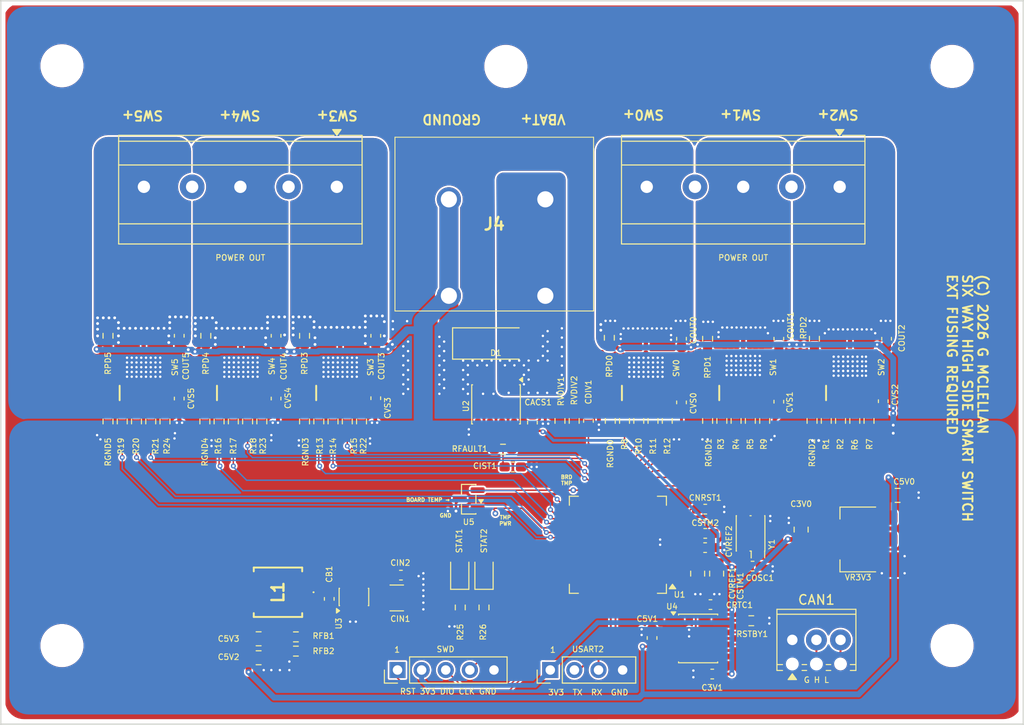
<source format=kicad_pcb>
(kicad_pcb (version 20241229) (generator "pcbnew") (generator_version "9.0")
  (layers (0 "F.Cu" signal) (2 "B.Cu" signal) (13 "F.Paste" user) (15 "B.Paste" user) (5 "F.SilkS" user "F.Silkscreen") (7 "B.SilkS" user "B.Silkscreen") (1 "F.Mask" user) (3 "B.Mask" user) (25 "Edge.Cuts" user))
  (net 0 "")
  (net 1 "GND")
  (net 2 "+3.3V")
  (net 3 "+12V")
  (net 4 "+5V")
  (net 5 "Net-(U4-STBY)")
  (net 6 "/VS")
  (net 7 "/CAN_H")
  (net 8 "/CAN_L")
  (net 9 "/SWCLK")
  (net 10 "/SWDIO")
  (net 11 "/NRST")
  (net 12 "Net-(SW2-IN)")
  (net 13 "Net-(SW2-DEN)")
  (net 14 "Net-(SW1-IN)")
  (net 15 "Net-(SW1-DEN)")
  (net 16 "Net-(SW1-GND)")
  (net 17 "Net-(SW2-GND)")
  (net 28 "Net-(SW0-IN)")
  (net 29 "Net-(SW0-DEN)")
  (net 30 "Net-(SW0-GND)")
  (net 35 "/SW")
  (net 36 "/CB")
  (net 37 "/SWOUT0")
  (net 38 "/SWOUT1")
  (net 39 "/SWOUT2")
  (net 40 "/SWOUT3")
  (net 41 "/SWOUT4")
  (net 42 "/SWOUT5")
  (net 45 "/SWIN2")
  (net 46 "/SWDEN2")
  (net 47 "/SWIN1")
  (net 48 "/SWDEN1")
  (net 49 "/SWIS1")
  (net 50 "/SWIS_PD1")
  (net 51 "/SWIS_PD2")
  (net 52 "/SWIS2")
  (net 53 "/SWIN0")
  (net 54 "/SWDEN0")
  (net 55 "/SWIS0")
  (net 56 "/SWIS_PD0")
  (net 57 "Net-(SW3-IN)")
  (net 58 "Net-(SW3-DEN)")
  (net 59 "/SWIS_PD3")
  (net 60 "Net-(SW4-IN)")
  (net 61 "Net-(SW4-DEN)")
  (net 62 "/SWIS_PD4")
  (net 63 "Net-(SW5-IN)")
  (net 64 "Net-(SW5-DEN)")
  (net 65 "/SWIS_PD5")
  (net 66 "Net-(SW3-GND)")
  (net 67 "Net-(SW4-GND)")
  (net 68 "Net-(SW5-GND)")
  (net 81 "/SWIN3")
  (net 82 "/SWDEN3")
  (net 83 "/SWIS3")
  (net 84 "/SWIN4")
  (net 85 "/SWDEN4")
  (net 86 "/SWIS4")
  (net 87 "/SWIN5")
  (net 88 "/SWDEN5")
  (net 89 "/SWIS5")
  (net 90 "/IFAULT")
  (net 91 "/VBAT")
  (net 92 "/IS_TOT")
  (net 93 "/CAN_TX")
  (net 94 "/CAN_RX")
  (net 95 "/FB")
  (net 103 "/STAT1")
  (net 109 "/BRDTMP")
  (net 115 "Net-(D2-K)")
  (net 124 "/OSC")
  (net 128 "/RTC")
  (net 129 "/USART2_RX")
  (net 130 "/USART2_TX")
  (net 131 "/STAT2")
  (net 132 "Net-(D3-K)")
  (net 133 "/TMP_PWR")
  (footprint "Capacitor_SMD:C_0805_2012Metric_Pad1.18x1.45mm_HandSolder" (layer "F.Cu") (at 125.45 82.8375 -90)
    (property "Reference" "CVREF1")
    (property "Value" "1u" (hide yes))
  )
  (footprint "TerminalBlock_Phoenix:TerminalBlock_Phoenix_MKDS-3-5-5.08_1x05_P5.08mm_Horizontal" (layer "F.Cu") (at 140.41 42.1 180)
    (property "Reference" "J3" (hide yes))
    (property "Value" "POWER OUT")
  )
  (footprint "Capacitor_SMD:C_0603_1608Metric_Pad1.08x0.95mm_HandSolder" (layer "F.Cu") (at 131.2375 82.05)
    (property "Reference" "COSC1")
    (property "Value" "100n" (hide yes))
  )
  (footprint "Resistor_SMD:R_0603_1608Metric_Pad0.98x0.95mm_HandSolder" (layer "F.Cu") (at 128 66.754343 90)
    (property "Reference" "R3")
    (property "Value" "4K7" (hide yes))
  )
  (footprint "Resistor_SMD:R_0603_1608Metric_Pad0.98x0.95mm_HandSolder" (layer "F.Cu") (at 116.15 58 90)
    (property "Reference" "RPD0")
    (property "Value" "47K" (hide yes))
  )
  (footprint "Capacitor_SMD:C_0603_1608Metric_Pad1.08x0.95mm_HandSolder" (layer "F.Cu") (at 70.85 64.4 -90)
    (property "Reference" "CVS5")
    (property "Value" "68n" (hide yes))
  )
  (footprint "Capacitor_SMD:C_0603_1608Metric_Pad1.08x0.95mm_HandSolder" (layer "F.Cu") (at 145 64.679343 -90)
    (property "Reference" "CVS2")
    (property "Value" "68n" (hide yes))
  )
  (footprint "Capacitor_SMD:C_0805_2012Metric_Pad1.18x1.45mm_HandSolder" (layer "F.Cu") (at 127.45 82.8375 -90)
    (property "Reference" "CSTM1")
    (property "Value" "4u7" (hide yes))
  )
  (footprint "Capacitor_SMD:C_0603_1608Metric_Pad1.08x0.95mm_HandSolder" (layer "F.Cu") (at 81.05 57.7875 -90)
    (property "Reference" "COUT4")
    (property "Value" "10n" (hide yes))
  )
  (footprint "Resistor_SMD:R_0603_1608Metric_Pad0.98x0.95mm_HandSolder" (layer "F.Cu") (at 112.45 66.754343 -90)
    (property "Reference" "RVDIV2")
    (property "Value" "1K0" (hide yes))
  )
  (footprint "Capacitor_SMD:C_0603_1608Metric_Pad1.08x0.95mm_HandSolder" (layer "F.Cu") (at 81.05 64.4 -90)
    (property "Reference" "CVS4")
    (property "Value" "68n" (hide yes))
  )
  (footprint "Resistor_SMD:R_0603_1608Metric_Pad0.98x0.95mm_HandSolder" (layer "F.Cu") (at 83.1375 89.5)
    (property "Reference" "RFB1")
    (property "Value" "115K" (hide yes))
  )
  (footprint "Resistor_SMD:R_0603_1608Metric_Pad0.98x0.95mm_HandSolder" (layer "F.Cu") (at 90.05 66.8125 90)
    (property "Reference" "R22")
    (property "Value" "1K0" (hide yes))
  )
  (footprint "SamacSys_Parts:VP0265840000G" (layer "F.Cu") (at 109.41 43.416843 180)
    (property "Reference" "J4")
    (property "Value" "POWER IN" (hide yes))
  )
  (footprint "Resistor_SMD:R_0603_1608Metric_Pad0.98x0.95mm_HandSolder" (layer "F.Cu") (at 129.5 66.754343 90)
    (property "Reference" "R4")
    (property "Value" "4K7" (hide yes))
  )
  (footprint "Package_SO:SOIC-8_3.9x4.9mm_P1.27mm" (layer "F.Cu") (at 104.215 65.0125 -90)
    (property "Reference" "U2")
    (property "Value" "ACS712" (hide yes))
  )
  (footprint "TerminalBlock_Phoenix:TerminalBlock_Phoenix_MKDS-3-5-5.08_1x05_P5.08mm_Horizontal" (layer "F.Cu") (at 87.45 42.1 180)
    (property "Reference" "J5" (hide yes))
    (property "Value" "POWER OUT")
  )
  (footprint "Capacitor_SMD:C_0603_1608Metric_Pad1.08x0.95mm_HandSolder" (layer "F.Cu") (at 134 58.1 -90)
    (property "Reference" "COUT1")
    (property "Value" "10n" (hide yes))
  )
  (footprint "Resistor_SMD:R_0603_1608Metric_Pad0.98x0.95mm_HandSolder" (layer "F.Cu") (at 126.5 58.1 90)
    (property "Reference" "RPD1")
    (property "Value" "47K" (hide yes))
  )
  (footprint "Resistor_SMD:R_0603_1608Metric_Pad0.98x0.95mm_HandSolder" (layer "F.Cu") (at 84.05 66.8125 -90)
    (property "Reference" "RGND3")
    (property "Value" "47R" (hide yes))
  )
  (footprint "Capacitor_SMD:C_1210_3225Metric_Pad1.33x2.70mm_HandSolder" (layer "F.Cu") (at 93.7625 85.4)
    (property "Reference" "CIN1")
    (property "Value" "10u" (hide yes))
  )
  (footprint "Capacitor_SMD:C_0603_1608Metric_Pad1.08x0.95mm_HandSolder" (layer "F.Cu") (at 126.2375 80.1)
    (property "Reference" "CVREF2")
    (property "Value" "100n" (hide yes))
  )
  (footprint "Resistor_SMD:R_0603_1608Metric_Pad0.98x0.95mm_HandSolder" (layer "F.Cu") (at 76.55 66.8125 90)
    (property "Reference" "R17")
    (property "Value" "4K7" (hide yes))
  )
  (footprint "Resistor_SMD:R_0603_1608Metric_Pad0.98x0.95mm_HandSolder" (layer "F.Cu") (at 83.1375 91)
    (property "Reference" "RFB2")
    (property "Value" "22K1" (hide yes))
  )
  (footprint "Capacitor_SMD:C_0603_1608Metric_Pad1.08x0.95mm_HandSolder" (layer "F.Cu") (at 126.8 86.1 180)
    (property "Reference" "CRTC1")
    (property "Value" "100n" (hide yes))
  )
  (footprint "Capacitor_SMD:C_0603_1608Metric_Pad1.08x0.95mm_HandSolder" (layer "F.Cu") (at 126.25 78.6)
    (property "Reference" "CSTM2")
    (property "Value" "100n" (hide yes))
  )
  (footprint "Resistor_SMD:R_0603_1608Metric_Pad0.98x0.95mm_HandSolder" (layer "F.Cu") (at 102.95 86.40125 90)
    (property "Reference" "R26")
    (property "Value" "1K0" (hide yes))
  )
  (footprint "Resistor_SMD:R_0603_1608Metric_Pad0.98x0.95mm_HandSolder" (layer "F.Cu") (at 75.05 66.8125 90)
    (property "Reference" "R16")
    (property "Value" "4K7" (hide yes))
  )
  (footprint "Resistor_SMD:R_0603_1608Metric_Pad0.98x0.95mm_HandSolder" (layer "F.Cu") (at 110.95 66.754343 90)
    (property "Reference" "RVDIV1")
    (property "Value" "4K7" (hide yes))
  )
  (footprint "Capacitor_SMD:C_0603_1608Metric_Pad1.08x0.95mm_HandSolder" (layer "F.Cu") (at 113.95 66.754343 90)
    (property "Reference" "CDIV1")
    (property "Value" "100n" (hide yes))
  )
  (footprint "Oscillator:Oscillator_SMD_EuroQuartz_XO32-4Pin_3.2x2.5mm_RotB_HandSoldering" (layer "F.Cu") (at 131.025 78.6 90)
    (property "Reference" "Y1")
    (property "Value" "8MHz" (hide yes))
  )
  (footprint "Resistor_SMD:R_0603_1608Metric_Pad0.98x0.95mm_HandSolder" (layer "F.Cu") (at 122.25 66.754343 90)
    (property "Reference" "R12")
    (property "Value" "1K0" (hide yes))
  )
  (footprint "PCM_SparkFun-Semiconductor-Standard:SOT-223-3_TabPin2" (layer "F.Cu") (at 142.35 79.2375 180)
    (property "Reference" "VR3V3")
    (property "Value" "NCV1117ST33" (hide yes))
  )
  (footprint "SamacSys_Parts:SOP65P600X115-15N" (layer "F.Cu") (at 77.35 61.1 90)
    (property "Reference" "SW4")
    (property "Value" "BTS7002-1EPP" (hide yes))
  )
  (footprint "Resistor_SMD:R_0603_1608Metric_Pad0.98x0.95mm_HandSolder" (layer "F.Cu") (at 131.1 87.8 180)
    (property "Reference" "RSTBY1")
    (property "Value" "10K" (hide yes))
  )
  (footprint "Capacitor_SMD:C_0603_1608Metric_Pad1.08x0.95mm_HandSolder" (layer "F.Cu") (at 123.75 64.804343 -90)
    (property "Reference" "CVS0")
    (property "Value" "68n" (hide yes))
  )
  (footprint "Package_QFP:LQFP-64_10x10mm_P0.5mm" (layer "F.Cu") (at 117.05 79.8 180)
    (property "Reference" "U1")
    (property "Value" "STM32G0B1RCTx" (hide yes))
  )
  (footprint "TerminalBlock_Phoenix:TerminalBlock_Phoenix_MPT-0,5-3-2.54_1x03_P2.54mm_Horizontal" (layer "F.Cu") (at 135.42 89.816843)
    (property "Reference" "CAN1")
    (property "Value" "G H L")
  )
  (footprint "Capacitor_SMD:C_0805_2012Metric_Pad1.18x1.45mm_HandSolder" (layer "F.Cu") (at 146.5125 74.6)
    (property "Reference" "C5V0")
    (property "Value" "10u" (hide yes))
  )
  (footprint "Resistor_SMD:R_0603_1608Metric_Pad0.98x0.95mm_HandSolder" (layer "F.Cu") (at 84.05 57.7875 90)
    (property "Reference" "RPD3")
    (property "Value" "47K" (hide yes))
  )
  (footprint "Resistor_SMD:R_0603_1608Metric_Pad0.98x0.95mm_HandSolder" (layer "F.Cu") (at 117.75 66.754343 90)
    (property "Reference" "R8")
    (property "Value" "4K7" (hide yes))
  )
  (footprint "Resistor_SMD:R_0603_1608Metric_Pad0.98x0.95mm_HandSolder" (layer "F.Cu") (at 120.75 66.754343 90)
    (property "Reference" "R11")
    (property "Value" "10K" (hide yes))
  )
  (footprint "Resistor_SMD:R_0603_1608Metric_Pad0.98x0.95mm_HandSolder" (layer "F.Cu") (at 116.25 66.754343 -90)
    (property "Reference" "RGND0")
    (property "Value" "47R" (hide yes))
  )
  (footprint "Resistor_SMD:R_0603_1608Metric_Pad0.98x0.95mm_HandSolder" (layer "F.Cu") (at 73.55 66.8125 -90)
    (property "Reference" "RGND4")
    (property "Value" "47R" (hide yes))
  )
  (footprint "Capacitor_SMD:C_0603_1608Metric_Pad1.08x0.95mm_HandSolder" (layer "F.Cu") (at 126.25 76.05)
    (property "Reference" "CNRST1")
    (property "Value" "100n" (hide yes))
  )
  (footprint "Resistor_SMD:R_0603_1608Metric_Pad0.98x0.95mm_HandSolder" (layer "F.Cu") (at 143.5 66.754343 90)
    (property "Reference" "R7")
    (property "Value" "1K0" (hide yes))
  )
  (footprint "LED_SMD:LED_0805_2012Metric_Pad1.15x1.40mm_HandSolder" (layer "F.Cu") (at 102.95 82.63125 90)
    (property "Reference" "D3" (hide yes))
    (property "Value" "STAT2")
  )
  (footprint "Resistor_SMD:R_0603_1608Metric_Pad0.98x0.95mm_HandSolder" (layer "F.Cu") (at 88.55 66.8125 90)
    (property "Reference" "R15")
    (property "Value" "10K" (hide yes))
  )
  (footprint "Capacitor_SMD:C_0603_1608Metric_Pad1.08x0.95mm_HandSolder" (layer "F.Cu") (at 91.55 57.7875 -90)
    (property "Reference" "COUT3")
    (property "Value" "10n" (hide yes))
  )
  (footprint "Resistor_SMD:R_0603_1608Metric_Pad0.98x0.95mm_HandSolder" (layer "F.Cu") (at 73.65 57.7875 90)
    (property "Reference" "RPD4")
    (property "Value" "47K" (hide yes))
  )
  (footprint "Capacitor_SMD:C_0603_1608Metric_Pad1.08x0.95mm_HandSolder" (layer "F.Cu") (at 94.2 83)
    (property "Reference" "CIN2")
    (property "Value" "100n" (hide yes))
  )
  (footprint "MountingHole:MountingHole_4.3mm_M4" (layer "F.Cu") (at 152.25 29.416843 -90)
    (property "Reference" "H1" (hide yes))
    (property "Value" "M4 4.3mm" (hide yes))
  )
  (footprint "Resistor_SMD:R_0603_1608Metric_Pad0.98x0.95mm_HandSolder" (layer "F.Cu") (at 64.85 66.8125 90)
    (property "Reference" "R19")
    (property "Value" "4K7" (hide yes))
  )
  (footprint "SamacSys_Parts:SOP65P600X115-15N" (layer "F.Cu") (at 141.5 61.1 90)
    (property "Reference" "SW2")
    (property "Value" "BTS7002-1EPP" (hide yes))
  )
  (footprint "Resistor_SMD:R_0603_1608Metric_Pad0.98x0.95mm_HandSolder" (layer "F.Cu") (at 78.05 66.8125 90)
    (property "Reference" "R18")
    (property "Value" "10K" (hide yes))
  )
  (footprint "Package_TO_SOT_SMD:SOT-23-6" (layer "F.Cu") (at 89.25 85.3 90)
    (property "Reference" "U3")
    (property "Value" "LMR54410" (hide yes))
  )
  (footprint "Package_TO_SOT_SMD:SOT-23" (layer "F.Cu") (at 101.3375 75 180)
    (property "Reference" "U5")
    (property "Value" "MCP9700Ax-ETT" (hide yes))
  )
  (footprint "Package_SO:SOIC-8_3.9x4.9mm_P1.27mm" (layer "F.Cu") (at 125.5 89.666843)
    (property "Reference" "U4")
    (property "Value" "MCP2562-E-SN" (hide yes))
  )
  (footprint "Resistor_SMD:R_0603_1608Metric_Pad0.98x0.95mm_HandSolder" (layer "F.Cu") (at 85.55 66.8125 90)
    (property "Reference" "R13")
    (property "Value" "4K7" (hide yes))
  )
  (footprint "Resistor_SMD:R_0603_1608Metric_Pad0.98x0.95mm_HandSolder" (layer "F.Cu") (at 137.75 58.1 90)
    (property "Reference" "RPD2")
    (property "Value" "47K" (hide yes))
  )
  (footprint "Connector_PinHeader_2.54mm:PinHeader_1x04_P2.54mm_Vertical" (layer "F.Cu") (at 109.93 92.989843 90)
    (property "Reference" "J2" (hide yes))
    (property "Value" "USART2")
  )
  (footprint "Resistor_SMD:R_0603_1608Metric_Pad0.98x0.95mm_HandSolder" (layer "F.Cu") (at 142 66.754343 90)
    (property "Reference" "R6")
    (property "Value" "10K" (hide yes))
  )
  (footprint "Capacitor_SMD:C_0805_2012Metric_Pad1.18x1.45mm_HandSolder" (layer "F.Cu") (at 79.2125 89.7)
    (property "Reference" "C5V3")
    (property "Value" "10u" (hide yes))
  )
  (footprint "Capacitor_SMD:C_0603_1608Metric_Pad1.08x0.95mm_HandSolder" (layer "F.Cu") (at 126.9875 93.416843 180)
    (property "Reference" "C3V1")
    (property "Value" "100n" (hide yes))
  )
  (footprint "SamacSys_Parts:SOP65P600X115-15N" (layer "F.Cu") (at 67.1 61.1 90)
    (property "Reference" "SW5")
    (property "Value" "BTS7002-1EPP" (hide yes))
  )
  (footprint "Resistor_SMD:R_0603_1608Metric_Pad0.98x0.95mm_HandSolder" (layer "F.Cu") (at 139 66.754343 90)
    (property "Reference" "R1")
    (property "Value" "4K7" (hide yes))
  )
  (footprint "MountingHole:MountingHole_4.3mm_M4" (layer "F.Cu") (at 105.25 29.416843 -90)
    (property "Reference" "H2" (hide yes))
    (property "Value" "M4 4.3mm" (hide yes))
  )
  (footprint "SamacSys_Parts:SOP65P600X115-15N" (layer "F.Cu") (at 87.8 61.1 90)
    (property "Reference" "SW3")
    (property "Value" "BTS7002-1EPP" (hide yes))
  )
  (footprint "Diode_SMD:D_SMA_Handsoldering" (layer "F.Cu") (at 104.15 58.6)
    (property "Reference" "D1")
    (property "Value" "33V" (hide yes))
  )
  (footprint "Resistor_SMD:R_0603_1608Metric_Pad0.98x0.95mm_HandSolder" (layer "F.Cu") (at 100.45 86.40125 90)
    (property "Reference" "R25")
    (property "Value" "1K0" (hide yes))
  )
  (footprint "Resistor_SMD:R_0603_1608Metric_Pad0.98x0.95mm_HandSolder" (layer "F.Cu") (at 63.35 66.8125 -90)
    (property "Reference" "RGND5")
    (property "Value" "47R" (hide yes))
  )
  (footprint "SamacSys_Parts:SOP65P600X115-15N" (layer "F.Cu") (at 130.25 61.1 90)
    (property "Reference" "SW1")
    (property "Value" "BTS7002-1EPP" (hide yes))
  )
  (footprint "Capacitor_SMD:C_0603_1608Metric_Pad1.08x0.95mm_HandSolder" (layer "F.Cu") (at 105.9875 71.6)
    (property "Reference" "CIST1")
    (property "Value" "100n" (hide yes))
  )
  (footprint "Resistor_SMD:R_0603_1608Metric_Pad0.98x0.95mm_HandSolder" (layer "F.Cu") (at 87.05 66.8125 90)
    (property "Reference" "R14")
    (property "Value" "4K7" (hide yes))
  )
  (footprint "SamacSys_Parts:SOP65P600X115-15N" (layer "F.Cu") (at 120 61.1 90)
    (property "Reference" "SW0")
    (property "Value" "BTS7002-1EPP" (hide yes))
  )
  (footprint "Resistor_SMD:R_0603_1608Metric_Pad0.98x0.95mm_HandSolder" (layer "F.Cu") (at 69.35 66.8125 90)
    (property "Reference" "R24")
    (property "Value" "1K0" (hide yes))
  )
  (footprint "Resistor_SMD:R_0603_1608Metric_Pad0.98x0.95mm_HandSolder" (layer "F.Cu") (at 131.001758 66.754343 90)
    (property "Reference" "R5")
    (property "Value" "10K" (hide yes))
  )
  (footprint "MountingHole:MountingHole_4.3mm_M4" (layer "F.Cu") (at 58.5 90.416843)
    (property "Reference" "H6" (hide yes))
    (property "Value" "M4 4.3mm" (hide yes))
  )
  (footprint "Capacitor_SMD:C_0603_1608Metric_Pad1.08x0.95mm_HandSolder" (layer "F.Cu") (at 134 64.729173 -90)
    (property "Reference" "CVS1")
    (property "Value" "68n" (hide yes))
  )
  (footprint "Resistor_SMD:R_0603_1608Metric_Pad0.98x0.95mm_HandSolder" (layer "F.Cu") (at 119.25 66.754343 90)
    (property "Reference" "R10")
    (property "Value" "4K7" (hide yes))
  )
  (footprint "Capacitor_SMD:C_0603_1608Metric_Pad1.08x0.95mm_HandSolder" (layer "F.Cu") (at 120.65 89.616843 90)
    (property "Reference" "C5V1")
    (property "Value" "100n" (hide yes))
  )
  (footprint "LED_SMD:LED_0805_2012Metric_Pad1.15x1.40mm_HandSolder" (layer "F.Cu") (at 100.395 82.63125 90)
    (property "Reference" "D2" (hide yes))
    (property "Value" "STAT1")
  )
  (footprint "Resistor_SMD:R_0603_1608Metric_Pad0.98x0.95mm_HandSolder" (layer "F.Cu") (at 137.5 66.754343 -90)
    (property "Reference" "RGND2")
    (property "Value" "47R" (hide yes))
  )
  (footprint "Resistor_SMD:R_0603_1608Metric_Pad0.98x0.95mm_HandSolder" (layer "F.Cu") (at 79.55 66.8125 90)
    (property "Reference" "R23")
    (property "Value" "1K0" (hide yes))
  )
  (footprint "Capacitor_SMD:C_0603_1608Metric_Pad1.08x0.95mm_HandSolder" (layer "F.Cu") (at 123.75 58.1 -90)
    (property "Reference" "COUT0")
    (property "Value" "10n" (hide yes))
  )
  (footprint "Resistor_SMD:R_0603_1608Metric_Pad0.98x0.95mm_HandSolder" (layer "F.Cu") (at 66.35 66.8125 90)
    (property "Reference" "R20")
    (property "Value" "4K7" (hide yes))
  )
  (footprint "MountingHole:MountingHole_4.3mm_M4" (layer "F.Cu") (at 152.25 90.416843 -90)
    (property "Reference" "H3" (hide yes))
    (property "Value" "M4 4.3mm" (hide yes))
  )
  (footprint "Resistor_SMD:R_0603_1608Metric_Pad0.98x0.95mm_HandSolder" (layer "F.Cu") (at 140.5 66.754343 90)
    (property "Reference" "R2")
    (property "Value" "4K7" (hide yes))
  )
  (footprint "Resistor_SMD:R_0603_1608Metric_Pad0.98x0.95mm_HandSolder" (layer "F.Cu") (at 132.510679 66.754343 90)
    (property "Reference" "R9")
    (property "Value" "1K0" (hide yes))
  )
  (footprint "Capacitor_SMD:C_0805_2012Metric_Pad1.18x1.45mm_HandSolder" (layer "F.Cu") (at 136.35 78.2 90)
    (property "Reference" "C3V0")
    (property "Value" "10u" (hide yes))
  )
  (footprint "Capacitor_SMD:C_0603_1608Metric_Pad1.08x0.95mm_HandSolder" (layer "F.Cu") (at 108.05 66.9375 90)
    (property "Reference" "CACS1")
    (property "Value" "100n" (hide yes))
  )
  (footprint "Resistor_SMD:R_0603_1608Metric_Pad0.98x0.95mm_HandSolder" (layer "F.Cu") (at 126.5 66.754343 -90)
    (property "Reference" "RGND1")
    (property "Value" "47R" (hide yes))
  )
  (footprint "Connector_PinHeader_2.54mm:PinHeader_1x05_P2.54mm_Vertical" (layer "F.Cu") (at 93.84 92.989843 90)
    (property "Reference" "J1" (hide yes))
    (property "Value" "SWD")
  )
  (footprint "Capacitor_SMD:C_0603_1608Metric_Pad1.08x0.95mm_HandSolder" (layer "F.Cu") (at 70.85 57.7875 -90)
    (property "Reference" "COUT5")
    (property "Value" "10n" (hide yes))
  )
  (footprint "SamacSys_Parts:SRP5030HMT2R2M" (layer "F.Cu") (at 81.25 84.8 90)
    (property "Reference" "L1")
    (property "Value" "8.2 uH 55.2 mOhm" (hide yes))
  )
  (footprint "Capacitor_SMD:C_0603_1608Metric_Pad1.08x0.95mm_HandSolder" (layer "F.Cu") (at 145.35 58.1 -90)
    (property "Reference" "COUT2")
    (property "Value" "10n" (hide yes))
  )
  (footprint "MountingHole:MountingHole_4.3mm_M4" (layer "F.Cu") (at 58.5 29.35)
    (property "Reference" "H5" (hide yes))
    (property "Value" "M4 4.3mm" (hide yes))
  )
  (footprint "Capacitor_SMD:C_0603_1608Metric_Pad1.08x0.95mm_HandSolder" (layer "F.Cu") (at 86.65 85.5 90)
    (property "Reference" "CB1")
    (property "Value" "100n" (hide yes))
  )
  (footprint "Resistor_SMD:R_0603_1608Metric_Pad0.98x0.95mm_HandSolder" (layer "F.Cu") (at 63.35 57.7875 90)
    (property "Reference" "RPD5")
    (property "Value" "47K" (hide yes))
  )
  (footprint "Resistor_SMD:R_0603_1608Metric_Pad0.98x0.95mm_HandSolder" (layer "F.Cu") (at 67.85 66.8125 90)
    (property "Reference" "R21")
    (property "Value" "10K" (hide yes))
  )
  (footprint "Capacitor_SMD:C_0805_2012Metric_Pad1.18x1.45mm_HandSolder" (layer "F.Cu") (at 79.2125 91.7)
    (property "Reference" "C5V2")
    (property "Value" "10u" (hide yes))
  )
  (footprint "Capacitor_SMD:C_0603_1608Metric_Pad1.08x0.95mm_HandSolder" (layer "F.Cu") (at 91.55 64.3625 -90)
    (property "Reference" "CVS3")
    (property "Value" "68n" (hide yes))
  )
  (footprint "Resistor_SMD:R_0603_1608Metric_Pad0.98x0.95mm_HandSolder" (layer "F.Cu") (at 104.95 69.7375)
    (property "Reference" "RFAULT1")
    (property "Value" "10K" (hide yes))
  )
  (gr_rect (start 52.05 22.5) (end 159.75 98.7) (stroke (width 0.1524)) (fill no) (layer "Edge.Cuts"))
  (gr_text "BOARD TEMP →" (at 94.7 75.3 0) (layer "F.SilkS") (effects (font (size 0.4 0.4) (thickness 0.1) (bold yes)) (justify left bottom)))
  (gr_text "3V3  TX  RX  GND" (at 109.65 95.7 0) (layer "F.SilkS") (effects (font (size 0.6 0.6) (thickness 0.1) (bold yes)) (justify left bottom)))
  (gr_text "SW5+" (at 69.25 34 180) (layer "F.SilkS") (effects (font (size 1 1) (thickness 0.2) (bold yes)) (justify left bottom)))
  (gr_text "SW2+" (at 142.5 33.916843 180) (layer "F.SilkS") (effects (font (size 1 1) (thickness 0.2) (bold yes)) (justify left bottom)))
  (gr_text "TMP\nPWR" (at 105.2 77.8 0) (layer "F.SilkS") (effects (font (size 0.4 0.4) (thickness 0.1) (bold yes)) (justify bottom)))
  (gr_text "1" (at 109.85 91.216843 0) (layer "F.SilkS") (effects (font (size 0.6 0.6) (thickness 0.1)) (justify left bottom)))
  (gr_text "SW1+" (at 132.25 33.916843 180) (layer "F.SilkS") (effects (font (size 1 1) (thickness 0.2) (bold yes)) (justify left bottom)))
  (gr_text "GROUND" (at 102.75 34.4 180) (layer "F.SilkS") (effects (font (size 1 1) (thickness 0.2) (bold yes)) (justify left bottom)))
  (gr_text "VBAT+" (at 111.65 34.4 180) (layer "F.SilkS") (effects (font (size 1 1) (thickness 0.2) (bold yes)) (justify left bottom)))
  (gr_text "(C) 2026 G MCLELLAN\nSIX WAY HIGH SIDE SMART SWITCH\nEXT FUSING REQUIRED" (at 151.65 51.2 270) (layer "F.SilkS") (effects (font (size 1 1) (thickness 0.2) (bold yes)) (justify left bottom)))
  (gr_text "RST 3V3 DIO CLK GND" (at 94.05 95.6 0) (layer "F.SilkS") (effects (font (size 0.6 0.6) (thickness 0.1) (bold yes)) (justify left bottom)))
  (gr_text "SW0+" (at 122 33.916843 180) (layer "F.SilkS") (effects (font (size 1 1) (thickness 0.2) (bold yes)) (justify left bottom)))
  (gr_text "SW4+" (at 79.5 34 180) (layer "F.SilkS") (effects (font (size 1 1) (thickness 0.2) (bold yes)) (justify left bottom)))
  (gr_text "BRD\nTMP" (at 111.65 73.55 0) (layer "F.SilkS") (effects (font (size 0.4 0.4) (thickness 0.1) (bold yes)) (justify bottom)))
  (gr_text "SW3+" (at 89.75 34 180) (layer "F.SilkS") (effects (font (size 1 1) (thickness 0.2) (bold yes)) (justify left bottom)))
  (gr_text "1" (at 93.45 91.2 0) (layer "F.SilkS") (effects (font (size 0.6 0.6) (thickness 0.1)) (justify left bottom)))
  (gr_text "GND" (at 98.9 76.95 0) (layer "F.SilkS") (effects (font (size 0.4 0.4) (thickness 0.1) (bold yes)) (justify bottom)))
  (segment (start 100 75.4) (end 100.4 75) (width 0.254) (layer "F.Cu") (net 1))
  (segment (start 137.5 67.666843) (end 137.5 68.416843) (width 0.305) (layer "F.Cu") (net 1))
  (segment (start 88.85 87.9) (end 89.1 87.9) (width 0.305) (layer "F.Cu") (net 1))
  (segment (start 135.2375 77.1625) (end 135.05 76.975) (width 0.305) (layer "F.Cu") (net 1))
  (segment (start 81.05 58.65) (end 81.3916 58.65) (width 0.305) (layer "F.Cu") (net 1))
  (segment (start 127.45 83.875) (end 127.45 85) (width 0.305) (layer "F.Cu") (net 1))
  (segment (start 99.15 76.25) (end 100 76.25) (width 0.254) (layer "F.Cu") (net 1))
  (segment (start 70 68.3) (end 70.35 68.3) (width 0.254) (layer "F.Cu") (net 1))
  (segment (start 124.531843 89.031843) (end 124.55 89.05) (width 0.254) (layer "F.Cu") (net 1))
  (segment (start 70.85 66.65) (end 70.85 65.2625) (width 0.406) (layer "F.Cu") (net 1))
  (segment (start 116.95 59.016843) (end 116.466843 59.016843) (width 0.406) (layer "F.Cu") (net 1))
  (segment (start 133.375 68.525) (end 133.55 68.35) (width 0.305) (layer "F.Cu") (net 1))
  (segment (start 89.25 87.75) (end 89.25 87.7) (width 0.305) (layer "F.Cu") (net 1))
  (segment (start 80.1 68.55) (end 80.55 68.55) (width 0.305) (layer "F.Cu") (net 1))
  (segment (start 137.5 68.416843) (end 137.9 68.816843) (width 0.305) (layer "F.Cu") (net 1))
  (segment (start 99.25 56.2) (end 101.65 58.6) (width 2) (layer "F.Cu") (net 1))
  (segment (start 81.25 66.95) (end 81.25 66.1) (width 0.406) (layer "F.Cu") (net 1))
  (segment (start 119.55 89.3) (end 119.55 88.7) (width 0.254) (layer "F.Cu") (net 1))
  (segment (start 135.05 77.5) (end 135.05 76.975) (width 0.305) (layer "F.Cu") (net 1))
  (segment (start 115.05 66.2) (end 115.05 67.15) (width 0.406) (layer "F.Cu") (net 1))
  (segment (start 124.7125 58.9625) (end 124.75 59) (width 0.305) (layer "F.Cu") (net 1))
  (segment (start 127.112501 78.6) (end 127.112501 80.087499) (width 0.305) (layer "F.Cu") (net 1))
  (segment (start 112.45 65.841843) (end 113.9 65.841843) (width 0.406) (layer "F.Cu") (net 1))
  (segment (start 121.965 89.031843) (end 123.025 89.031843) (width 0.254) (layer "F.Cu") (net 1))
  (segment (start 74.25 69.4) (end 74.25 68.8) (width 0.305) (layer "F.Cu") (net 1))
  (segment (start 145.925 65.541843) (end 146.05 65.416843) (width 0.305) (layer "F.Cu") (net 1))
  (segment (start 81.3916 58.65) (end 82.2 59.4584) (width 0.305) (layer "F.Cu") (net 1))
  (segment (start 91.7 66.95) (end 91.15 66.95) (width 0.406) (layer "F.Cu") (net 1))
  (segment (start 127.112501 76.05) (end 128.25 76.05) (width 0.305) (layer "F.Cu") (net 1))
  (segment (start 101.35 67.6375) (end 102.16 67.6375) (width 0.305) (layer "F.Cu") (net 1))
  (segment (start 80.55 68.8) (end 80.55 68.55) (width 0.305) (layer "F.Cu") (net 1))
  (segment (start 125.45 85) (end 125.75 85) (width 0.305) (layer "F.Cu") (net 1))
  (segment (start 127.2 85) (end 127.45 85) (width 0.254) (layer "F.Cu") (net 1))
  (segment (start 133 88.1) (end 133 87.8) (width 0.305) (layer "F.Cu") (net 1))
  (segment (start 62.35 68.5) (end 62.55 68.7) (width 0.305) (layer "F.Cu") (net 1))
  (segment (start 71.15 66.95) (end 70.6 66.95) (width 0.406) (layer "F.Cu") (net 1))
  (segment (start 127.1 80.1) (end 128.25 80.1) (width 0.305) (layer "F.Cu") (net 1))
  (segment (start 131.925 77.025) (end 131.8 77.15) (width 0.305) (layer "F.Cu") (net 1))
  (segment (start 135.1 58.7) (end 135.858157 58.7) (width 0.305) (layer "F.Cu") (net 1))
  (segment (start 83.45 68.325) (end 84.05 67.725) (width 0.406) (layer "F.Cu") (net 1))
  (segment (start 126.108157 93.4) (end 125 93.4) (width 0.254) (layer "F.Cu") (net 1))
  (segment (start 71.15 66.95) (end 70.85 66.65) (width 0.406) (layer "F.Cu") (net 1))
  (segment (start 131.8 77.15) (end 133 77.15) (width 0.305) (layer "F.Cu") (net 1))
  (segment (start 70.35 68.1) (end 70.4 68.05) (width 0.406) (layer "F.Cu") (net 1))
  (segment (start 133.1 77.05) (end 133.1 76.775) (width 0.305) (layer "F.Cu") (net 1))
  (segment (start 83.45 68.8) (end 83.45 68.325) (width 0.406) (layer "F.Cu") (net 1))
  (segment (start 146.05 67.65) (end 146.05 67.2) (width 0.305) (layer "F.Cu") (net 1))
  (segment (start 132.516843 67.666843) (end 133.375 68.525) (width 0.305) (layer "F.Cu") (net 1))
  (segment (start 109.4 66.5) (end 109.4 67) (width 0.305) (layer "F.Cu") (net 1))
  (segment (start 122.25 67.666843) (end 122.25 68) (width 0.406) (layer "F.Cu") (net 1))
  (segment (start 125 93.4) (end 125 93.75) (width 0.254) (layer "F.Cu") (net 1))
  (segment (start 109.45 67.05) (end 109.15 67.05) (width 0.254) (layer "F.Cu") (net 1))
  (segment (start 62.2 68.35) (end 62.35 68.5) (width 0.305) (layer "F.Cu") (net 1))
  (segment (start 91.7 66.95) (end 91.5 66.75) (width 0.406) (layer "F.Cu") (net 1))
  (segment (start 81.25 66.95) (end 80.7 66.95) (width 0.406) (layer "F.Cu") (net 1))
  (segment (start 108.05 66.075) (end 108.975 66.075) (width 0.305) (layer "F.Cu") (net 1))
  (segment (start 83.45 68.8) (end 83.45 69.35) (width 0.406) (layer "F.Cu") (net 1))
  (segment (start 99.25 53.576843) (end 99.25 56.2) (width 2) (layer "F.Cu") (net 1))
  (segment (start 128.25 75.8) (end 128.25 76.05) (width 0.305) (layer "F.Cu") (net 1))
  (segment (start 109.7125 67.05) (end 109.45 67.05) (width 0.254) (layer "F.Cu") (net 1))
  (segment (start 148.725 74.3) (end 148.725 74.6) (width 0.305) (layer "F.Cu") (net 1))
  (segment (start 132.1 82.05) (end 133.325 82.05) (width 0.305) (layer "F.Cu") (net 1))
  (segment (start 81.25 66.1) (end 81.05 65.9) (width 0.406) (layer "F.Cu") (net 1))
  (segment (start 133.325 82.05) (end 133.35 82.075) (width 0.305) (layer "F.Cu") (net 1))
  (segment (start 74.25 68.425) (end 73.55 67.725) (width 0.406) (layer "F.Cu") (net 1))
  (segment (start 145 65.541843) (end 145.925 65.541843) (width 0.305) (layer "F.Cu") (net 1))
  (segment (start 108.975 66.075) (end 109.4 66.5) (width 0.305) (layer "F.Cu") (net 1))
  (segment (start 122.25 68) (end 122.95 68.7) (width 0.406) (layer "F.Cu") (net 1))
  (segment (start 73.2668 58.7) (end 72.5084 59.4584) (width 0.305) (layer "F.Cu") (net 1))
  (segment (start 125.95 68.7) (end 126.5 68.7) (width 0.406) (layer "F.Cu") (net 1))
  (segment (start 121.5 79.8) (end 121.5 79.55) (width 0.254) (layer "F.Cu") (net 1))
  (segment (start 122.95 68.7) (end 123.5 68.7) (width 0.406) (layer "F.Cu") (net 1))
  (segment (start 80.55 68.55) (end 80.55 68.25) (width 0.305) (layer "F.Cu") (net 1))
  (segment (start 133 77.15) (end 133.1 77.05) (width 0.305) (layer "F.Cu") (net 1))
  (segment (start 114.741843 65.891843) (end 115.05 66.2) (width 0.406) (layer "F.Cu") (net 1))
  (segment (start 125 93.05) (end 125 93.4) (width 0.254) (layer "F.Cu") (net 1))
  (segment (start 100 76.25) (end 100 75.4) (width 0.254) (layer "F.Cu") (net 1))
  (segment (start 143.5 67.666843) (end 146.033157 67.666843) (width 0.305) (layer "F.Cu") (net 1))
  (segment (start 124.55 89.05) (end 124.55 88.75) (width 0.254) (layer "F.Cu") (net 1))
  (segment (start 69.425 67.725) (end 70 68.3) (width 0.254) (layer "F.Cu") (net 1))
  (segment (start 117.30125 59.234556) (end 117.283537 59.216843) (width 0.406) (layer "F.Cu") (net 1))
  (segment (start 90.95 68.6) (end 90.95 69.15) (width 0.406) (layer "F.Cu") (net 1))
  (segment (start 62.65 58.7) (end 62.15 59.2) (width 0.406) (layer "F.Cu") (net 1))
  (segment (start 136.65 58.716843) (end 137.454343 58.716843) (width 0.305) (layer "F.Cu") (net 1))
  (segment (start 99.85 87.91375) (end 100.45 87.31375) (width 0.254) (layer "F.Cu") (net 1))
  (segment (start 148.725 74.6) (end 148.725 74.85) (width 0.305) (layer "F.Cu") (net 1))
  (segment (start 134 65.529343) (end 134 66.166843) (width 0.406) (layer "F.Cu") (net 1))
  (segment (start 136.35 77.1625) (end 135.2375 77.1625) (width 0.305) (layer "F.Cu") (net 1))
  (segment (start 70.35 68.3) (end 70.35 68.1) (width 0.406) (layer "F.Cu") (net 1))
  (segment (start 99.25 53.576843) (end 99.25 43.416843) (width 2) (layer "F.Cu") (net 1))
  (segment (start 73.65 58.7) (end 73.2668 58.7) (width 0.305) (layer "F.Cu") (net 1))
  (segment (start 99.85 88.4) (end 99.85 87.91375) (width 0.254) (layer "F.Cu") (net 1))
  (segment (start 71.2 58.65) (end 71.8 59.25) (width 0.305) (layer "F.Cu") (net 1))
  (segment (start 116.466843 59.016843) (end 116.3625 58.9125) (width 0.406) (layer "F.Cu") (net 1))
  (segment (start 133.2 68.75) (end 133.2 68.7) (width 0.305) (layer "F.Cu") (net 1))
  (segment (start 89.25 87.7) (end 89.25 86.4375) (width 0.305) (layer "F.Cu") (net 1))
  (segment (start 124.55 89.45) (end 124.55 89.05) (width 0.254) (layer "F.Cu") (net 1))
  (segment (start 113.95 65.891843) (end 114.741843 65.891843) (width 0.406) (layer "F.Cu") (net 1))
  (segment (start 109.4 67) (end 109.45 67.05) (width 0.305) (layer "F.Cu") (net 1))
  (segment (start 92.75 58.65) (end 93.075 58.975) (width 0.305) (layer "F.Cu") (net 1))
  (segment (start 144.6625 59.029343) (end 144.35 58.716843) (width 0.406) (layer "F.Cu") (net 1))
  (segment (start 135.1 58.7) (end 134.2625 58.7) (width 0.305) (layer "F.Cu") (net 1))
  (segment (start 83.7 58.7) (end 82.95 59.45) (width 0.305) (layer "F.Cu") (net 1))
  (segment (start 120.65 88.754343) (end 121.6875 88.754343) (width 0.254) (layer "F.Cu") (net 1))
  (segment (start 135.875 58.716843) (end 136.65 58.716843) (width 0.305) (layer "F.Cu") (net 1))
  (segment (start 123.75 65.666843) (end 123.75 68.45) (width 0.305) (layer "F.Cu") (net 1))
  (segment (start 125.2 85) (end 125.45 85) (width 0.305) (layer "F.Cu") (net 1))
  (segment (start 121.5 79.55) (end 121.5 79.25) (width 0.254) (layer "F.Cu") (net 1))
  (segment (start 79.55 68) (end 80.1 68.55) (width 0.305) (layer "F.Cu") (net 1))
  (segment (start 133 87.8) (end 133 87.5) (width 0.305) (layer "F.Cu") (net 1))
  (segment (start 115.05 67.7) (end 116.216843 67.7) (width 0.406) (layer "F.Cu") (net 1))
  (segment (start 70.85 58.65) (end 71.2 58.65) (width 0.305) (layer "F.Cu") (net 1))
  (segment (start 89.25 87.7) (end 89.45 87.9) (width 0.305) (layer "F.Cu") (net 1))
  (segment (start 107.95 71.6) (end 108.5 71.6) (width 0.254) (layer "F.Cu") (net 1))
  (segment (start 133.1 77.3) (end 133.1 77.05) (width 0.305) (layer "F.Cu") (net 1))
  (segment (start 99.3 88.4) (end 99.85 88.4) (width 0.254) (layer "F.Cu") (net 1))
  (segment (start 137.55 68.816843) (end 137.9 68.816843) (width 0.305) (layer "F.Cu") (net 1))
  (segment (start 90.95 68.6) (end 90.85 68.6) (width 0.406) (layer "F.Cu") (net 1))
  (segment (start 125.166843 59) (end 125.45 58.716843) (width 0.305) (layer "F.Cu") (net 1))
  (segment (start 107.95 71.6) (end 106.85 71.6) (width 0.254) (layer "F.Cu") (net 1))
  (segment (start 135.858157 58.7) (end 135.875 58.716843) (width 0.305) (layer "F.Cu") (net 1))
  (segment (start 137.9 68.816843) (end 138.2 68.816843) (width 0.305) (layer "F.Cu") (net 1))
  (segment (start 71.8 59.25) (end 72.3 59.25) (width 0.305) (layer "F.Cu") (net 1))
  (segment (start 91.5 66.75) (end 91.5 65.65) (width 0.406) (layer "F.Cu") (net 1))
  (segment (start 121.6875 88.754343) (end 121.965 89.031843) (width 0.254) (layer "F.Cu") (net 1))
  (segment (start 70.35 68.6) (end 70.35 68.3) (width 0.406) (layer "F.Cu") (net 1))
  (segment (start 133.35 82.075) (end 133.35 82.6) (width 0.305) (layer "F.Cu") (net 1))
  (segment (start 82.9416 59.4584) (end 82.95 59.45) (width 0.305) (layer "F.Cu") (net 1))
  (segment (start 127.45 85) (end 127.75 85) (width 0.254) (layer "F.Cu") (net 1))
  (segment (start 93.3 58.75) (end 93.075 58.975) (width 0.305) (layer "F.Cu") (net 1))
  (segment (start 128.25 80.35) (end 128.25 80.1) (width 0.254) (layer "F.Cu") (net 1))
  (segment (start 74.25 68.8) (end 74.25 68.425) (width 0.406) (layer "F.Cu") (net 1))
  (segment (start 88.85 87.9) (end 89.45 87.9) (width 0.305) (layer "F.Cu") (net 1))
  (segment (start 133.2 68.7) (end 133.375 68.525) (width 0.305) (layer "F.Cu") (net 1))
  (segment (start 63.125 67.725) (end 62.35 68.5) (width 0.305) (layer "F.Cu") (net 1))
  (segment (start 122.725 79.55) (end 121.5 79.55) (width 0.254) (layer "F.Cu") (net 1))
  (segment (start 115.05 67.7) (end 115.05 67.15) (width 0.305) (layer "F.Cu") (net 1))
  (segment (start 119.55 88.7) (end 120.595657 88.7) (width 0.254) (layer "F.Cu") (net 1))
  (segment (start 134 66.166843) (end 133.55 66.616843) (width 0.406) (layer "F.Cu") (net 1))
  (segment (start 146.05 67.65) (end 146.05 68.05) (width 0.305) (layer "F.Cu") (net 1))
  (segment (start 123.75 68.45) (end 123.5 68.7) (width 0.305) (layer "F.Cu") (net 1))
  (segment (start 84.05 58.7) (end 83.7 58.7) (width 0.305) (layer "F.Cu") (net 1))
  (segment (start 72.3 59.25) (end 72.5084 59.4584) (width 0.305) (layer "F.Cu") (net 1))
  (segment (start 132.0125 87.8) (end 133 87.8) (width 0.305) (layer "F.Cu") (net 1))
  (segment (start 147.55 74.6) (end 148.725 74.6) (width 0.305) (layer "F.Cu") (net 1))
  (segment (start 81.05 65.9) (end 81.05 65.2625) (width 0.406) (layer "F.Cu") (net 1))
  (segment (start 63.35 58.7) (end 62.65 58.7) (width 0.406) (layer "F.Cu") (net 1))
  (segment (start 102.95 87.31375) (end 100.45 87.31375) (width 0.254) (layer "F.Cu") (net 1))
  (segment (start 146.05 65.95) (end 146.05 65.416843) (width 0.305) (layer "F.Cu") (net 1))
  (segment (start 101.35 67.6375) (end 101.35 68.2) (width 0.305) (layer "F.Cu") (net 1))
  (segment (start 93.075 58.975) (end 92.85 59.2) (width 0.305) (layer "F.Cu") (net 1))
  (segment (start 89.1 87.9) (end 89.25 87.75) (width 0.305) (layer "F.Cu") (net 1))
  (segment (start 123.025 89.031843) (end 124.531843 89.031843) (width 0.254) (layer "F.Cu") (net 1))
  (segment (start 128.25 76.05) (end 128.25 76.35) (width 0.305) (layer "F.Cu") (net 1))
  (segment (start 117.15 59.216843) (end 116.95 59.016843) (width 0.406) (layer "F.Cu") (net 1))
  (segment (start 82.2 59.4584) (end 82.9416 59.4584) (width 0.305) (layer "F.Cu") (net 1))
  (segment (start 133.55 66.616843) (end 133.55 68.35) (width 0.406) (layer "F.Cu") (net 1))
  (segment (start 125.45 58.716843) (end 126.204343 58.716843) (width 0.305) (layer "F.Cu") (net 1))
  (segment (start 62.2 68.25) (end 62.2 68.35) (width 0.305) (layer "F.Cu") (net 1))
  (segment (start 91.5 65.65) (end 91.55 65.6) (width 0.406) (layer "F.Cu") (net 1))
  (segment (start 125.45 83.875) (end 125.45 85) (width 0.305) (layer "F.Cu") (net 1))
  (segment (start 93.3 58.7) (end 93.3 58.75) (width 0.305) (layer "F.Cu") (net 1))
  (segment (start 124.75 59) (end 125.166843 59) (width 0.305) (layer "F.Cu") (net 1))
  (segment (start 146.033157 67.666843) (end 146.05 67.65) (width 0.305) (layer "F.Cu") (net 1))
  (segment (start 126.5 67.666843) (end 126.5 68.7) (width 0.305) (layer "F.Cu") (net 1))
  (segment (start 117.283537 59.216843) (end 117.15 59.216843) (width 0.406) (layer "F.Cu") (net 1))
  (segment (start 91.55 58.65) (end 92.75 58.65) (width 0.305) (layer "F.Cu") (net 1))
  (segment (start 123.75 58.9625) (end 124.7125 58.9625) (width 0.305) (layer "F.Cu") (net 1))
  (segment (start 128.25 80.1) (end 128.25 79.7) (width 0.254) (layer "F.Cu") (net 1))
  (segment (start 90.85 68.6) (end 90.05 67.8) (width 0.406) (layer "F.Cu") (net 1))
  (segment (start 145.25 59.029343) (end 144.6625 59.029343) (width 0.406) (layer "F.Cu") (net 1))
  (via (at 101.35 68.2) (size 0.508) (drill 0.254) (layers "F.Cu" "B.Cu") (net 1))
  (via (at 128.25 76.35) (size 0.508) (drill 0.254) (layers "F.Cu" "B.Cu") (net 1))
  (via (at 62.55 68.7) (size 0.508) (drill 0.254) (layers "F.Cu" "B.Cu") (net 1))
  (via (at 135.05 77.5) (size 0.508) (drill 0.254) (layers "F.Cu" "B.Cu") (net 1))
  (via (at 125.2 85) (size 0.508) (drill 0.254) (layers "F.Cu" "B.Cu") (net 1))
  (via (at 82.45 92.1) (size 0.508) (drill 0.254) (layers "F.Cu" "B.Cu") (net 1))
  (via (at 72.5084 59.4584) (size 0.6) (drill 0.3) (layers "F.Cu" "B.Cu") (net 1))
  (via (at 96.5625 84) (size 0.508) (drill 0.254) (layers "F.Cu" "B.Cu") (net 1))
  (via (at 79.75 93) (size 0.508) (drill 0.254) (layers "F.Cu" "B.Cu") (net 1))
  (via (at 70.4 68.05) (size 0.508) (drill 0.254) (layers "F.Cu" "B.Cu") (net 1))
  (via (at 70.35 68.6) (size 0.508) (drill 0.254) (layers "F.Cu" "B.Cu") (net 1))
  (via (at 62.15 59.2) (size 0.6) (drill 0.3) (layers "F.Cu" "B.Cu") (net 1))
  (via (at 62.2 68.25) (size 0.508) (drill 0.254) (layers "F.Cu" "B.Cu") (net 1))
  (via (at 96.0625 83.1) (size 0.508) (drill 0.254) (layers "F.Cu" "B.Cu") (net 1))
  (via (at 119.55 89.3) (size 0.508) (drill 0.254) (layers "F.Cu" "B.Cu") (net 1))
  (via (at 121.5 79.25) (size 0.508) (drill 0.254) (layers "F.Cu" "B.Cu") (net 1))
  (via (at 146.05 68.05) (size 0.6) (drill 0.3) (layers "F.Cu" "B.Cu") (net 1))
  (via (at 128.25 75.8) (size 0.508) (drill 0.254) (layers "F.Cu" "B.Cu") (net 1))
  (via (at 81.25 66.95) (size 0.508) (drill 0.254) (layers "F.Cu" "B.Cu") (net 1))
  (via (at 127.75 85) (size 0.508) (drill 0.254) (layers "F.Cu" "B.Cu") (net 1))
  (via (at 96.5625 86.6) (size 0.508) (drill 0.254) (layers "F.Cu" "B.Cu") (net 1))
  (via (at 133.1 77.3) (size 0.508) (drill 0.254) (layers "F.Cu" "B.Cu") (net 1))
  (via (at 125 93.05) (size 0.508) (drill 0.254) (layers "F.Cu" "B.Cu") (net 1))
  (via (at 80.55 68.8) (size 0.508) (drill 0.254) (layers "F.Cu" "B.Cu") (net 1))
  (via (at 115.05 67.7) (size 0.508) (drill 0.254) (layers "F.Cu" "B.Cu") (net 1))
  (via (at 107.95 71.6) (size 0.508) (drill 0.254) (layers "F.Cu" "B.Cu") (net 1))
  (via (at 127.2 85) (size 0.508) (drill 0.254) (layers "F.Cu" "B.Cu") (net 1))
  (via (at 80.55 68.25) (size 0.508) (drill 0.254) (layers "F.Cu" "B.Cu") (net 1))
  (via (at 80.7 66.95) (size 0.508) (drill 0.254) (layers "F.Cu" "B.Cu") (net 1))
  (via (at 135.1 58.7) (size 0.508) (drill 0.254) (layers "F.Cu" "B.Cu") (net 1))
  (via (at 74.25 69.4) (size 0.508) (drill 0.254) (layers "F.Cu" "B.Cu") (net 1))
  (via (at 144.35 58.716843) (size 0.508) (drill 0.254) (layers "F.Cu" "B.Cu") (net 1))
  (via (at 70.6 66.95) (size 0.508) (drill 0.254) (layers "F.Cu" "B.Cu") (net 1))
  (via (at 148.725 74.85) (size 0.508) (drill 0.254) (layers "F.Cu" "B.Cu") (net 1))
  (via (at 115.05 67.15) (size 0.508) (drill 0.254) (layers "F.Cu" "B.Cu") (net 1))
  (via (at 96.5625 85.2) (size 0.508) (drill 0.254) (layers "F.Cu" "B.Cu") (net 1))
  (via (at 117.30125 59.234556) (size 0.508) (drill 0.254) (layers "F.Cu" "B.Cu") (net 1))
  (via (at 124.75 59) (size 0.508) (drill 0.254) (layers "F.Cu" "B.Cu") (net 1))
  (via (at 90.95 68.6) (size 0.508) (drill 0.254) (layers "F.Cu" "B.Cu") (net 1))
  (via (at 99.15 76.25) (size 0.508) (drill 0.254) (layers "F.Cu" "B.Cu") (net 1))
  (via (at 71.15 66.95) (size 0.508) (drill 0.254) (layers "F.Cu" "B.Cu") (net 1))
  (via (at 123.5 68.7) (size 0.508) (drill 0.254) (layers "F.Cu" "B.Cu") (net 1))
  (via (at 121.5 79.8) (size 0.508) (drill 0.254) (layers "F.Cu" "B.Cu") (net 1))
  (via (at 96.5625 85.9) (size 0.508) (drill 0.254) (layers "F.Cu" "B.Cu") (net 1))
  (via (at 119.55 88.7) (size 0.508) (drill 0.254) (layers "F.Cu" "B.Cu") (net 1))
  (via (at 82.95 59.45) (size 0.6) (drill 0.3) (layers "F.Cu" "B.Cu") (net 1))
  (via (at 80.55 93) (size 0.508) (drill 0.254) (layers "F.Cu" "B.Cu") (net 1))
  (via (at 133.35 82.6) (size 0.508) (drill 0.254) (layers "F.Cu" "B.Cu") (net 1))
  (via (at 128.25 80.35) (size 0.508) (drill 0.254) (layers "F.Cu" "B.Cu") (net 1))
  (via (at 101.35 67.6375) (size 0.508) (drill 0.254) (layers "F.Cu" "B.Cu") (net 1))
  (via (at 88.85 87.9) (size 0.508) (drill 0.254) (layers "F.Cu" "B.Cu") (net 1))
  (via (at 137.55 68.816843) (size 0.6) (drill 0.3) (layers "F.Cu" "B.Cu") (net 1))
  (via (at 128.25 79.7) (size 0.508) (drill 0.254) (layers "F.Cu" "B.Cu") (net 1))
  (via (at 135.875 58.716843) (size 0.508) (drill 0.254) (layers "F.Cu" "B.Cu") (net 1))
  (via (at 146.05 65.416843) (size 0.508) (drill 0.254) (layers "F.Cu" "B.Cu") (net 1))
  (via (at 109.7125 67.05) (size 0.508) (drill 0.254) (layers "F.Cu" "B.Cu") (net 1))
  (via (at 81.45 93) (size 0.508) (drill 0.254) (layers "F.Cu" "B.Cu") (net 1))
  (via (at 135.05 76.975) (size 0.508) (drill 0.254) (layers "F.Cu" "B.Cu") (net 1))
  (via (at 133.55 68.35) (size 0.508) (drill 0.254) (layers "F.Cu" "B.Cu") (net 1))
  (via (at 92.85 59.2) (size 0.6) (drill 0.3) (layers "F.Cu" "B.Cu") (net 1))
  (via (at 147.25 81) (size 0.508) (drill 0.254) (layers "F.Cu" "B.Cu") (net 1))
  (via (at 126.5 68.7) (size 0.508) (drill 0.254) (layers "F.Cu" "B.Cu") (net 1))
  (via (at 71.8 59.25) (size 0.6) (drill 0.3) (layers "F.Cu" "B.Cu") (net 1))
  (via (at 89.45 87.9) (size 0.508) (drill 0.254) (layers "F.Cu" "B.Cu") (net 1))
  (via (at 133.35 82.075) (size 0.508) (drill 0.254) (layers "F.Cu" "B.Cu") (net 1))
  (via (at 122.95 68.7) (size 0.508) (drill 0.254) (layers "F.Cu" "B.Cu") (net 1))
  (via (at 144.85 82.8) (size 0.508) (drill 0.254) (layers "F.Cu" "B.Cu") (net 1))
  (via (at 96.5625 83.4) (size 0.508) (drill 0.254) (layers "F.Cu" "B.Cu") (net 1))
  (via (at 74.25 68.8) (size 0.508) (drill 0.254) (layers "F.Cu" "B.Cu") (net 1))
  (via (at 109.15 67.05) (size 0.508) (drill 0.254) (layers "F.Cu" "B.Cu") (net 1))
  (via (at 125.45 58.716843) (size 0.508) (drill 0.254) (layers "F.Cu" "B.Cu") (net 1))
  (via (at 125 93.75) (size 0.508) (drill 0.254) (layers "F.Cu" "B.Cu") (net 1))
  (via (at 146.05 65.95) (size 0.508) (drill 0.254) (layers "F.Cu" "B.Cu") (net 1))
  (via (at 90.95 69.15) (size 0.508) (drill 0.254) (layers "F.Cu" "B.Cu") (net 1))
  (via (at 91.7 66.95) (size 0.508) (drill 0.254) (layers "F.Cu" "B.Cu") (net 1))
  (via (at 99.85 88.4) (size 0.508) (drill 0.254) (layers "F.Cu" "B.Cu") (net 1))
  (via (at 83.45 69.35) (size 0.508) (drill 0.254) (layers "F.Cu" "B.Cu") (net 1))
  (via (at 96.5625 82.8) (size 0.508) (drill 0.254) (layers "F.Cu" "B.Cu") (net 1))
  (via (at 108.5 71.6) (size 0.508) (drill 0.254) (layers "F.Cu" "B.Cu") (net 1))
  (via (at 133 87.5) (size 0.508) (drill 0.254) (layers "F.Cu" "B.Cu") (net 1))
  (via (at 148.725 74.3) (size 0.508) (drill 0.254) (layers "F.Cu" "B.Cu") (net 1))
  (via (at 133 88.1) (size 0.508) (drill 0.254) (layers "F.Cu" "B.Cu") (net 1))
  (via (at 125.75 85) (size 0.508) (drill 0.254) (layers "F.Cu" "B.Cu") (net 1))
  (via (at 83.45 68.8) (size 0.508) (drill 0.254) (layers "F.Cu" "B.Cu") (net 1))
  (via (at 147.25 82.8) (size 0.508) (drill 0.254) (layers "F.Cu" "B.Cu") (net 1))
  (via (at 124.55 89.45) (size 0.508) (drill 0.254) (layers "F.Cu" "B.Cu") (net 1))
  (via (at 96.5625 84.6) (size 0.508) (drill 0.254) (layers "F.Cu" "B.Cu") (net 1))
  (via (at 146.05 67.2) (size 0.6) (drill 0.3) (layers "F.Cu" "B.Cu") (net 1))
  (via (at 93.3 58.7) (size 0.6) (drill 0.3) (layers "F.Cu" "B.Cu") (net 1))
  (via (at 99.3 88.4) (size 0.508) (drill 0.254) (layers "F.Cu" "B.Cu") (net 1))
  (via (at 136.65 58.716843) (size 0.508) (drill 0.254) (layers "F.Cu" "B.Cu") (net 1))
  (via (at 138.2 68.816843) (size 0.6) (drill 0.3) (layers "F.Cu" "B.Cu") (net 1))
  (via (at 133.2 68.75) (size 0.508) (drill 0.254) (layers "F.Cu" "B.Cu") (net 1))
  (via (at 82.45 93) (size 0.508) (drill 0.254) (layers "F.Cu" "B.Cu") (net 1))
  (via (at 124.55 88.75) (size 0.508) (drill 0.254) (layers "F.Cu" "B.Cu") (net 1))
  (via (at 82.2 59.4584) (size 0.6) (drill 0.3) (layers "F.Cu" "B.Cu") (net 1))
  (via (at 100 76.25) (size 0.6) (drill 0.3) (layers "F.Cu" "B.Cu") (net 1))
  (via (at 133.1 76.775) (size 0.508) (drill 0.254) (layers "F.Cu" "B.Cu") (net 1))
  (via (at 125.95 68.7) (size 0.508) (drill 0.254) (layers "F.Cu" "B.Cu") (net 1))
  (via (at 91.15 66.95) (size 0.508) (drill 0.254) (layers "F.Cu" "B.Cu") (net 1))
  (segment (start 146.05 65.95) (end 146.05 67.2) (width 0.61) (layer "B.Cu") (net 1))
  (segment (start 75.06614 59.3564) (end 79.53386 59.3564) (width 0.61) (layer "B.Cu") (net 1))
  (segment (start 72.3916 59.4584) (end 72.1916 59.2584) (width 0.61) (layer "B.Cu") (net 1))
  (segment (start 72.5084 59.4584) (end 74.96414 59.4584) (width 0.61) (layer "B.Cu") (net 1))
  (segment (start 79.53386 59.3564) (end 79.63586 59.4584) (width 0.61) (layer "B.Cu") (net 1))
  (segment (start 96.55 67.35) (end 96.6 67.4) (width 2) (layer "B.Cu") (net 1))
  (segment (start 85.46414 59.4584) (end 85.56414 59.3584) (width 0.61) (layer "B.Cu") (net 1))
  (segment (start 96.55 56.276843) (end 96.55 67.35) (width 2) (layer "B.Cu") (net 1))
  (segment (start 124.75 59.016843) (end 117.65 59.016843) (width 0.61) (layer "B.Cu") (net 1))
  (segment (start 99.25 43.416843) (end 99.25 53.576843) (width 2) (layer "B.Cu") (net 1))
  (segment (start 117.445544 59.221299) (end 117.314507 59.221299) (width 0.61) (layer "B.Cu") (net 1))
  (segment (start 79.63586 59.4584) (end 82.2 59.4584) (width 0.61) (layer "B.Cu") (net 1))
  (segment (start 144.55 58.716843) (end 146.05 60.216843) (width 0.61) (layer "B.Cu") (net 1))
  (segment (start 125.45 58.716843) (end 144.35 58.716843) (width 0.61) (layer "B.Cu") (net 1))
  (segment (start 144.35 58.716843) (end 144.55 58.716843) (width 0.61) (layer "B.Cu") (net 1))
  (segment (start 92.85 59.2) (end 94.85 57.2) (width 0.8128) (layer "B.Cu") (net 1))
  (segment (start 146.05 67.2) (end 146.05 68.05) (width 0.61) (layer "B.Cu") (net 1))
  (segment (start 117.314507 59.221299) (end 117.30125 59.234556) (width 0.61) (layer "B.Cu") (net 1))
  (segment (start 72.1916 59.2584) (end 62.2084 59.2584) (width 0.61) (layer "B.Cu") (net 1))
  (segment (start 72.5084 59.4584) (end 72.3916 59.4584) (width 0.61) (layer "B.Cu") (net 1))
  (segment (start 99.25 53.576843) (end 96.55 56.276843) (width 2) (layer "B.Cu") (net 1))
  (segment (start 94.85 57.2) (end 96.55 57.2) (width 0.8128) (layer "B.Cu") (net 1))
  (segment (start 146.05 60.216843) (end 146.05 65.416843) (width 0.61) (layer "B.Cu") (net 1))
  (segment (start 85.56414 59.3584) (end 92.6916 59.3584) (width 0.61) (layer "B.Cu") (net 1))
  (segment (start 82.2 59.4584) (end 85.46414 59.4584) (width 0.61) (layer "B.Cu") (net 1))
  (segment (start 74.96414 59.4584) (end 75.06614 59.3564) (width 0.61) (layer "B.Cu") (net 1))
  (segment (start 125.45 58.716843) (end 125.05 58.716843) (width 0.61) (layer "B.Cu") (net 1))
  (segment (start 92.6916 59.3584) (end 92.85 59.2) (width 0.61) (layer "B.Cu") (net 1))
  (segment (start 125.05 58.716843) (end 124.75 59.016843) (width 0.61) (layer "B.Cu") (net 1))
  (segment (start 62.2084 59.2584) (end 62.15 59.2) (width 0.61) (layer "B.Cu") (net 1))
  (segment (start 117.65 59.016843) (end 117.445544 59.221299) (width 0.61) (layer "B.Cu") (net 1))
  (segment (start 139.2 79.2375) (end 136.35 79.2375) (width 0.508) (layer "F.Cu") (net 2))
  (segment (start 106.12 69.0075) (end 106.12 67.4875) (width 0.254) (layer "F.Cu") (net 2))
  (segment (start 108.05 67.8) (end 109.05 67.8) (width 0.254) (layer "F.Cu") (net 2))
  (segment (start 124.5 80.1) (end 125.375 80.1) (width 0.2) (layer "F.Cu") (net 2))
  (segment (start 105.8625 69.7375) (end 105.8625 69.265) (width 0.254) (layer "F.Cu") (net 2))
  (segment (start 122.725 80.55) (end 124.05 80.55) (width 0.2) (layer "F.Cu") (net 2))
  (segment (start 139.2 79.2375) (end 145.5 79.2375) (width 0.508) (layer "F.Cu") (net 2))
  (segment (start 106.15 68.5) (end 106.12 68.47) (width 0.254) (layer "F.Cu") (net 2))
  (segment (start 128.2125 86.65) (end 127.6625 86.1) (width 0.305) (layer "F.Cu") (net 2))
  (segment (start 129.05 82.15) (end 130.275 82.15) (width 0.305) (layer "F.Cu") (net 2))
  (segment (start 124.05 80.55) (end 124.5 80.1) (width 0.2) (layer "F.Cu") (net 2))
  (segment (start 130.275 82.15) (end 130.375 82.05) (width 0.305) (layer "F.Cu") (net 2))
  (segment (start 129.05 82.15) (end 127.8 82.15) (width 0.406) (layer "F.Cu") (net 2))
  (segment (start 136.35 79.2375) (end 134.9875 79.2375) (width 0.508) (layer "F.Cu") (net 2))
  (segment (start 125.45 81.8) (end 125.45 80.175) (width 0.406) (layer "F.Cu") (net 2))
  (segment (start 130.375 80.175) (end 130.25 80.05) (width 0.305) (layer "F.Cu") (net 2))
  (segment (start 123.6 80.05) (end 125.05 78.6) (width 0.2) (layer "F.Cu") (net 2))
  (segment (start 105.8625 69.265) (end 106.12 69.0075) (width 0.254) (layer "F.Cu") (net 2))
  (segment (start 127.85 93.416843) (end 129.033157 93.416843) (width 0.305) (layer "F.Cu") (net 2))
  (segment (start 127.45 81.8) (end 125.45 81.8) (width 0.406) (layer "F.Cu") (net 2))
  (segment (start 129.033157 93.416843) (end 129.05 93.4) (width 0.305) (layer "F.Cu") (net 2))
  (segment (start 109.05 67.8) (end 109.15 67.9) (width 0.254) (layer "F.Cu") (net 2))
  (segment (start 127.975 91.571843) (end 127.975 93.291843) (width 0.305) (layer "F.Cu") (net 2))
  (segment (start 130.375 82.05) (end 130.375 80.175) (width 0.305) (layer "F.Cu") (net 2))
  (segment (start 108.05 67.8) (end 106.4325 67.8) (width 0.254) (layer "F.Cu") (net 2))
  (segment (start 130.25 80.05) (end 131.8 80.05) (width 0.305) (layer "F.Cu") (net 2))
  (segment (start 125.375 80.1) (end 125.375 78.612499) (width 0.406) (layer "F.Cu") (net 2))
  (segment (start 134.9875 79.2375) (end 134.95 79.2) (width 0.508) (layer "F.Cu") (net 2))
  (segment (start 125.05 78.6) (end 125.387499 78.6) (width 0.2) (layer "F.Cu") (net 2))
  (segment (start 122.725 80.05) (end 123.6 80.05) (width 0.2) (layer "F.Cu") (net 2))
  (segment (start 129.05 86.65) (end 128.2125 86.65) (width 0.305) (layer "F.Cu") (net 2))
  (via (at 134.95 79.2) (size 0.6) (drill 0.3) (layers "F.Cu" "B.Cu") (net 2))
  (via (at 129.05 86.65) (size 0.508) (drill 0.254) (layers "F.Cu" "B.Cu") (net 2))
  (via (at 109.15 67.9) (size 0.508) (drill 0.254) (layers "F.Cu" "B.Cu") (net 2))
  (via (at 129.05 82.15) (size 0.6) (drill 0.3) (layers "F.Cu" "B.Cu") (net 2))
  (via (at 129.05 93.4) (size 0.6) (drill 0.3) (layers "F.Cu" "B.Cu") (net 2))
  (segment (start 109.93 92.989843) (end 114.919843 88) (width 0.508) (layer "B.Cu") (net 2))
  (segment (start 96.38 94.03) (end 96.95 94.6) (width 0.508) (layer "B.Cu") (net 2))
  (segment (start 129.05 84.1) (end 129.05 88) (width 0.508) (layer "B.Cu") (net 2))
  (segment (start 117.75 68.8) (end 110.25 68.8) (width 0.305) (layer "B.Cu") (net 2))
  (segment (start 127.6 80.7) (end 127.6 78.65) (width 0.305) (layer "B.Cu") (net 2))
  (segment (start 129.05 88) (end 129.05 93.4) (width 0.508) (layer "B.Cu") (net 2))
  (segment (start 96.95 94.6) (end 108.319843 94.6) (width 0.508) (layer "B.Cu") (net 2))
  (segment (start 109.35 67.9) (end 109.15 67.9) (width 0.305) (layer "B.Cu") (net 2))
  (segment (start 134.95 79.2) (end 130.05 84.1) (width 0.508) (layer "B.Cu") (net 2))
  (segment (start 129.05 82.15) (end 129.05 84.1) (width 0.508) (layer "B.Cu") (net 2))
  (segment (start 114.919843 88) (end 129.05 88) (width 0.508) (layer "B.Cu") (net 2))
  (segment (start 130.05 84.1) (end 129.05 84.1) (width 0.508) (layer "B.Cu") (net 2))
  (segment (start 110.25 68.8) (end 109.35 67.9) (width 0.305) (layer "B.Cu") (net 2))
  (segment (start 96.38 92.989843) (end 96.38 94.03) (width 0.508) (layer "B.Cu") (net 2))
  (segment (start 127.6 78.65) (end 117.75 68.8) (width 0.305) (layer "B.Cu") (net 2))
  (segment (start 129.05 82.15) (end 127.6 80.7) (width 0.305) (layer "B.Cu") (net 2))
  (segment (start 108.319843 94.6) (end 109.93 92.989843) (width 0.508) (layer "B.Cu") (net 2))
  (via (at 121.75 60.1) (size 0.508) (drill 0.254) (layers "F.Cu" "B.Cu") (net 3))
  (via (at 87.05 61.1) (size 0.508) (drill 0.254) (layers "F.Cu" "B.Cu") (net 3))
  (via (at 130.5 60.416843) (size 0.508) (drill 0.254) (layers "F.Cu" "B.Cu") (net 3))
  (via (at 129.5 60.416843) (size 0.508) (drill 0.254) (layers "F.Cu" "B.Cu") (net 3))
  (via (at 140.277275 61.491874) (size 0.508) (drill 0.254) (layers "F.Cu" "B.Cu") (net 3))
  (via (at 141.777275 59.991874) (size 0.508) (drill 0.254) (layers "F.Cu" "B.Cu") (net 3))
  (via (at 66.85 61.1) (size 0.508) (drill 0.254) (layers "F.Cu" "B.Cu") (net 3))
  (via (at 132 61.416843) (size 0.508) (drill 0.254) (layers "F.Cu" "B.Cu") (net 3))
  (via (at 101.25 61.9) (size 0.508) (drill 0.254) (layers "F.Cu" "B.Cu") (net 3))
  (via (at 76.6 62.1) (size 0.508) (drill 0.254) (layers "F.Cu" "B.Cu") (net 3))
  (via (at 131 61.416843) (size 0.508) (drill 0.254) (layers "F.Cu" "B.Cu") (net 3))
  (via (at 75.6 60.6) (size 0.508) (drill 0.254) (layers "F.Cu" "B.Cu") (net 3))
  (via (at 65.85 61.6) (size 0.508) (drill 0.254) (layers "F.Cu" "B.Cu") (net 3))
  (via (at 120.75 61.6) (size 0.508) (drill 0.254) (layers "F.Cu" "B.Cu") (net 3))
  (via (at 76.6 61.1) (size 0.508) (drill 0.254) (layers "F.Cu" "B.Cu") (net 3))
  (via (at 94.45 61.9) (size 0.508) (drill 0.254) (layers "F.Cu" "B.Cu") (net 3))
  (via (at 120.75 60.6) (size 0.508) (drill 0.254) (layers "F.Cu" "B.Cu") (net 3))
  (via (at 88.05 61.1) (size 0.508) (drill 0.254) (layers "F.Cu" "B.Cu") (net 3))
  (via (at 93.35 56.25) (size 0.508) (drill 0.254) (layers "F.Cu" "B.Cu") (net 3))
  (via (at 141.777275 61.491874) (size 0.508) (drill 0.254) (layers "F.Cu" "B.Cu") (net 3))
  (via (at 130 60.416843) (size 0.508) (drill 0.254) (layers "F.Cu" "B.Cu") (net 3))
  (via (at 141.777275 60.991874) (size 0.508) (drill 0.254) (layers "F.Cu" "B.Cu") (net 3))
  (via (at 101.25 62.9) (size 0.508) (drill 0.254) (layers "F.Cu" "B.Cu") (net 3))
  (via (at 66.35 61.6) (size 0.508) (drill 0.254) (layers "F.Cu" "B.Cu") (net 3))
  (via (at 78.6 60.6) (size 0.508) (drill 0.254) (layers "F.Cu" "B.Cu") (net 3))
  (via (at 130.5 60.916843) (size 0.508) (drill 0.254) (layers "F.Cu" "B.Cu") (net 3))
  (via (at 130 60.916843) (size 0.508) (drill 0.254) (layers "F.Cu" "B.Cu") (net 3))
  (via (at 87.55 61.1) (size 0.508) (drill 0.254) (layers "F.Cu" "B.Cu") (net 3))
  (via (at 119.75 61.6) (size 0.508) (drill 0.254) (layers "F.Cu" "B.Cu") (net 3))
  (via (at 68.35 60.1) (size 0.508) (drill 0.254) (layers "F.Cu" "B.Cu") (net 3))
  (via (at 130 59.916843) (size 0.508) (drill 0.254) (layers "F.Cu" "B.Cu") (net 3))
  (via (at 139.777275 61.991874) (size 0.508) (drill 0.254) (layers "F.Cu" "B.Cu") (net 3))
  (via (at 65.85 60.6) (size 0.508) (drill 0.254) (layers "F.Cu" "B.Cu") (net 3))
  (via (at 65.85 61.1) (size 0.508) (drill 0.254) (layers "F.Cu" "B.Cu") (net 3))
  (via (at 118.75 61.6) (size 0.508) (drill 0.254) (layers "F.Cu" "B.Cu") (net 3))
  (via (at 94.95 58.4) (size 0.508) (drill 0.254) (layers "F.Cu" "B.Cu") (net 3))
  (via (at 98.75 58.4) (size 0.508) (drill 0.254) (layers "F.Cu" "B.Cu") (net 3))
  (via (at 86.05 62.1) (size 0.508) (drill 0.254) (layers "F.Cu" "B.Cu") (net 3))
  (via (at 142.277275 61.491874) (size 0.508) (drill 0.254) (layers "F.Cu" "B.Cu") (net 3))
  (via (at 98.75 62.4) (size 0.508) (drill 0.254) (layers "F.Cu" "B.Cu") (net 3))
  (via (at 87.55 60.6) (size 0.508) (drill 0.254) (layers "F.Cu" "B.Cu") (net 3))
  (via (at 98.75 59.4) (size 0.508) (drill 0.254) (layers "F.Cu" "B.Cu") (net 3))
  (via (at 132 61.916843) (size 0.508) (drill 0.254) (layers "F.Cu" "B.Cu") (net 3))
  (via (at 66.35 60.6) (size 0.508) (drill 0.254) (layers "F.Cu" "B.Cu") (net 3))
  (via (at 121.75 61.1) (size 0.508) (drill 0.254) (layers "F.Cu" "B.Cu") (net 3))
  (via (at 68.35 61.6) (size 0.508) (drill 0.254) (layers "F.Cu" "B.Cu") (net 3))
  (via (at 140.777275 61.491874) (size 0.508) (drill 0.254) (layers "F.Cu" "B.Cu") (net 3))
  (via (at 94.45 60.9) (size 0.508) (drill 0.254) (layers "F.Cu" "B.Cu") (net 3))
  (via (at 79.1 62.1) (size 0.508) (drill 0.254) (layers "F.Cu" "B.Cu") (net 3))
  (via (at 103.25 60.9) (size 0.508) (drill 0.254) (layers "F.Cu" "B.Cu") (net 3))
  (via (at 88.55 60.6) (size 0.508) (drill 0.254) (layers "F.Cu" "B.Cu") (net 3))
  (via (at 139.777275 59.991874) (size 0.508) (drill 0.254) (layers "F.Cu" "B.Cu") (net 3))
  (via (at 65.35 62.1) (size 0.508) (drill 0.254) (layers "F.Cu" "B.Cu") (net 3))
  (via (at 120.25 60.6) (size 0.508) (drill 0.254) (layers "F.Cu" "B.Cu") (net 3))
  (via (at 98.25 57.9) (size 0.508) (drill 0.254) (layers "F.Cu" "B.Cu") (net 3))
  (via (at 142.277275 60.991874) (size 0.508) (drill 0.254) (layers "F.Cu" "B.Cu") (net 3))
  (via (at 68.85 62.1) (size 0.508) (drill 0.254) (layers "F.Cu" "B.Cu") (net 3))
  (via (at 118.75 61.1) (size 0.508) (drill 0.254) (layers "F.Cu" "B.Cu") (net 3))
  (via (at 89.05 61.1) (size 0.508) (drill 0.254) (layers "F.Cu" "B.Cu") (net 3))
  (via (at 89.55 62.1) (size 0.508) (drill 0.254) (layers "F.Cu" "B.Cu") (net 3))
  (via (at 65.85 62.1) (size 0.508) (drill 0.254) (layers "F.Cu" "B.Cu") (net 3))
  (via (at 94.95 61.4) (size 0.508) (drill 0.254) (layers "F.Cu" "B.Cu") (net 3))
  (via (at 140.777275 59.991874) (size 0.508) (drill 0.254) (layers "F.Cu" "B.Cu") (net 3))
  (via (at 98.25 59.9) (size 0.508) (drill 0.254) (layers "F.Cu" "B.Cu") (net 3))
  (via (at 87.05 61.6) (size 0.508) (drill 0.254) (layers "F.Cu" "B.Cu") (net 3))
  (via (at 140.777275 60.491874) (size 0.508) (drill 0.254) (layers "F.Cu" "B.Cu") (net 3))
  (via (at 78.6 62.1) (size 0.508) (drill 0.254) (layers "F.Cu" "B.Cu") (net 3))
  (via (at 75.6 60.1) (size 0.508) (drill 0.254) (layers "F.Cu" "B.Cu") (net 3))
  (via (at 88.55 61.6) (size 0.508) (drill 0.254) (layers "F.Cu" "B.Cu") (net 3))
  (via (at 143.177275 61.991874) (size 0.508) (drill 0.254) (layers "F.Cu" "B.Cu") (net 3))
  (via (at 129 61.916843) (size 0.508) (drill 0.254) (layers "F.Cu" "B.Cu") (net 3))
  (via (at 88.05 62.1) (size 0.508) (drill 0.254) (layers "F.Cu" "B.Cu") (net 3))
  (via (at 120.25 62.1) (size 0.508) (drill 0.254) (layers "F.Cu" "B.Cu") (net 3))
  (via (at 100.75 61.4) (size 0.508) (drill 0.254) (layers "F.Cu" "B.Cu") (net 3))
  (via (at 131.5 61.416843) (size 0.508) (drill 0.254) (layers "F.Cu" "B.Cu") (net 3))
  (via (at 88.55 61.1) (size 0.508) (drill 0.254) (layers "F.Cu" "B.Cu") (net 3))
  (via (at 67.35 60.1) (size 0.508) (drill 0.254) (layers "F.Cu" "B.Cu") (net 3))
  (via (at 98.75 61.4) (size 0.508) (drill 0.254) (layers "F.Cu" "B.Cu") (net 3))
  (via (at 120.25 60.1) (size 0.508) (drill 0.254) (layers "F.Cu" "B.Cu") (net 3))
  (via (at 78.1 61.1) (size 0.508) (drill 0.254) (layers "F.Cu" "B.Cu") (net 3))
  (via (at 120.25 61.6) (size 0.508) (drill 0.254) (layers "F.Cu" "B.Cu") (net 3))
  (via (at 86.55 60.1) (size 0.508) (drill 0.254) (layers "F.Cu" "B.Cu") (net 3))
  (via (at 131 59.916843) (size 0.508) (drill 0.254) (layers "F.Cu" "B.Cu") (net 3))
  (via (at 121.25 60.1) (size 0.508) (drill 0.254) (layers "F.Cu" "B.Cu") (net 3))
  (via (at 142.277275 59.991874) (size 0.508) (drill 0.254) (layers "F.Cu" "B.Cu") (net 3))
  (via (at 143.177275 59.991874) (size 0.508) (drill 0.254) (layers "F.Cu" "B.Cu") (net 3))
  (via (at 76.1 60.1) (size 0.508) (drill 0.254) (layers "F.Cu" "B.Cu") (net 3))
  (via (at 78.1 60.6) (size 0.508) (drill 0.254) (layers "F.Cu" "B.Cu") (net 3))
  (via (at 76.1 61.1) (size 0.508) (drill 0.254) (layers "F.Cu" "B.Cu") (net 3))
  (via (at 77.6 60.1) (size 0.508) (drill 0.254) (layers "F.Cu" "B.Cu") (net 3))
  (via (at 120.25 61.1) (size 0.508) (drill 0.254) (layers "F.Cu" "B.Cu") (net 3))
  (via (at 131 60.416843) (size 0.508) (drill 0.254) (layers "F.Cu" "B.Cu") (net 3))
  (via (at 87.05 60.6) (size 0.508) (drill 0.254) (layers "F.Cu" "B.Cu") (net 3))
  (via (at 89.05 61.6) (size 0.508) (drill 0.254) (layers "F.Cu" "B.Cu") (net 3))
  (via (at 86.05 60.6) (size 0.508) (drill 0.254) (layers "F.Cu" "B.Cu") (net 3))
  (via (at 94.95 60.4) (size 0.508) (drill 0.254) (layers "F.Cu" "B.Cu") (net 3))
  (via (at 102.85 63.9) (size 0.508) (drill 0.254) (layers "F.Cu" "B.Cu") (net 3))
  (via (at 130.5 61.916843) (size 0.508) (drill 0.254) (layers "F.Cu" "B.Cu") (net 3))
  (via (at 128.5 61.916843) (size 0.508) (drill 0.254) (layers "F.Cu" "B.Cu") (net 3))
  (via (at 93.35 57.1) (size 0.508) (drill 0.254) (layers "F.Cu" "B.Cu") (net 3))
  (via (at 121.25 62.1) (size 0.508) (drill 0.254) (layers "F.Cu" "B.Cu") (net 3))
  (via (at 129.5 61.916843) (size 0.508) (drill 0.254) (layers "F.Cu" "B.Cu") (net 3))
  (via (at 77.1 61.6) (size 0.508) (drill 0.254) (layers "F.Cu" "B.Cu") (net 3))
  (via (at 140.277275 59.991874) (size 0.508) (drill 0.254) (layers "F.Cu" "B.Cu") (net 3))
  (via (at 65.35 61.6) (size 0.508) (drill 0.254) (layers "F.Cu" "B.Cu") (net 3))
  (via (at 78.1 60.1) (size 0.508) (drill 0.254) (layers "F.Cu" "B.Cu") (net 3))
  (via (at 128.5 61.416843) (size 0.508) (drill 0.254) (layers "F.Cu" "B.Cu") (net 3))
  (via (at 141.277275 61.991874) (size 0.508) (drill 0.254) (layers "F.Cu" "B.Cu") (net 3))
  (via (at 118.75 62.1) (size 0.508) (drill 0.254) (layers "F.Cu" "B.Cu") (net 3))
  (via (at 89.55 61.6) (size 0.508) (drill 0.254) (layers "F.Cu" "B.Cu") (net 3))
  (via (at 98.25 58.9) (size 0.508) (drill 0.254) (layers "F.Cu" "B.Cu") (net 3))
  (via (at 102.75 60.4) (size 0.508) (drill 0.254) (layers "F.Cu" "B.Cu") (net 3))
  (via (at 119.75 62.1) (size 0.508) (drill 0.254) (layers "F.Cu" "B.Cu") (net 3))
  (via (at 129 59.916843) (size 0.508) (drill 0.254) (layers "F.Cu" "B.Cu") (net 3))
  (via (at 128.5 60.416843) (size 0.508) (drill 0.254) (layers "F.Cu" "B.Cu") (net 3))
  (via (at 101.75 60.4) (size 0.508) (drill 0.254) (layers "F.Cu" "B.Cu") (net 3))
  (via (at 78.1 61.6) (size 0.508) (drill 0.254) (layers "F.Cu" "B.Cu") (net 3))
  (via (at 89.05 60.6) (size 0.508) (drill 0.254) (layers "F.Cu" "B.Cu") (net 3))
  (via (at 143.177275 60.991874) (size 0.508) (drill 0.254) (layers "F.Cu" "B.Cu") (net 3))
  (via (at 121.75 60.6) (size 0.508) (drill 0.254) (layers "F.Cu" "B.Cu") (net 3))
  (via (at 77.6 61.1) (size 0.508) (drill 0.254) (layers "F.Cu" "B.Cu") (net 3))
  (via (at 103.75 60.4) (size 0.508) (drill 0.254) (layers "F.Cu" "B.Cu") (net 3))
  (via (at 77.1 60.6) (size 0.508) (drill 0.254) (layers "F.Cu" "B.Cu") (net 3))
  (via (at 141.277275 60.491874) (size 0.508) (drill 0.254) (layers "F.Cu" "B.Cu") (net 3))
  (via (at 100.75 60.4) (size 0.508) (drill 0.254) (layers "F.Cu" "B.Cu") (net 3))
  (via (at 76.1 60.6) (size 0.508) (drill 0.254) (layers "F.Cu" "B.Cu") (net 3))
  (via (at 131.5 60.916843) (size 0.508) (drill 0.254) (layers "F.Cu" "B.Cu") (net 3))
  (via (at 75.6 62.1) (size 0.508) (drill 0.254) (layers "F.Cu" "B.Cu") (net 3))
  (via (at 131.5 59.916843) (size 0.508) (drill 0.254) (layers "F.Cu" "B.Cu") (net 3))
  (via (at 79.1 61.1) (size 0.508) (drill 0.254) (layers "F.Cu" "B.Cu") (net 3))
  (via (at 139.777275 60.491874) (size 0.508) (drill 0.254) (layers "F.Cu" "B.Cu") (net 3))
  (via (at 141.277275 61.491874) (size 0.508) (drill 0.254) (layers "F.Cu" "B.Cu") (net 3))
  (via (at 65.35 60.6) (size 0.508) (drill 0.254) (layers "F.Cu" "B.Cu") (net 3))
  (via (at 67.85 62.1) (size 0.508) (drill 0.254) (layers "F.Cu" "B.Cu") (net 3))
  (via (at 132 60.916843) (size 0.508) (drill 0.254) (layers "F.Cu" "B.Cu") (net 3))
  (via (at 141.777275 60.491874) (size 0.508) (drill 0.254) (layers "F.Cu" "B.Cu") (net 3))
  (via (at 142.277275 60.491874) (size 0.508) (drill 0.254) (layers "F.Cu" "B.Cu") (net 3))
  (via (at 68.35 61.1) (size 0.508) (drill 0.254) (layers "F.Cu" "B.Cu") (net 3))
  (via (at 67.85 61.6) (size 0.508) (drill 0.254) (layers "F.Cu" "B.Cu") (net 3))
  (via (at 89.05 60.1) (size 0.508) (drill 0.254) (layers "F.Cu" "B.Cu") (net 3))
  (via (at 68.85 60.6) (size 0.508) (drill 0.254) (layers "F.Cu" "B.Cu") (net 3))
  (via (at 88.05 61.6) (size 0.508) (drill 0.254) (layers "F.Cu" "B.Cu") (net 3))
  (via (at 77.1 61.1) (size 0.508) (drill 0.254) (layers "F.Cu" "B.Cu") (net 3))
  (via (at 86.55 61.6) (size 0.508) (drill 0.254) (layers "F.Cu" "B.Cu") (net 3))
  (via (at 67.85 60.6) (size 0.508) (drill 0.254) (layers "F.Cu" "B.Cu") (net 3))
  (via (at 78.1 62.1) (size 0.508) (drill 0.254) (layers "F.Cu" "B.Cu") (net 3))
  (via (at 86.05 61.6) (size 0.508) (drill 0.254) (layers "F.Cu" "B.Cu") (net 3))
  (via (at 130.5 61.416843) (size 0.508) (drill 0.254) (layers "F.Cu" "B.Cu") (net 3))
  (via (at 119.25 60.1) (size 0.508) (drill 0.254) (layers "F.Cu" "B.Cu") (net 3))
  (via (at 128.5 60.916843) (size 0.508) (drill 0.254) (layers "F.Cu" "B.Cu") (net 3))
  (via (at 100.75 63.4) (size 0.508) (drill 0.254) (layers "F.Cu" "B.Cu") (net 3))
  (via (at 67.85 61.1) (size 0.508) (drill 0.254) (layers "F.Cu" "B.Cu") (net 3))
  (via (at 131 60.916843) (size 0.508) (drill 0.254) (layers "F.Cu" "B.Cu") (net 3))
  (via (at 119.25 61.1) (size 0.508) (drill 0.254) (layers "F.Cu" "B.Cu") (net 3))
  (via (at 98.25 63.9) (size 0.508) (drill 0.254) (layers "F.Cu" "B.Cu") (net 3))
  (via (at 66.35 60.1) (size 0.508) (drill 0.254) (layers "F.Cu" "B.Cu") (net 3))
  (via (at 89.55 61.1) (size 0.508) (drill 0.254) (layers "F.Cu" "B.Cu") (net 3))
  (via (at 75.6 61.6) (size 0.508) (drill 0.254) (layers "F.Cu" "B.Cu") (net 3))
  (via (at 88.55 62.1) (size 0.508) (drill 0.254) (layers "F.Cu" "B.Cu") (net 3))
  (via (at 94.45 63.9) (size 0.508) (drill 0.254) (layers "F.Cu" "B.Cu") (net 3))
  (via (at 86.05 61.1) (size 0.508) (drill 0.254) (layers "F.Cu" "B.Cu") (net 3))
  (via (at 65.85 60.1) (size 0.508) (drill 0.254) (layers "F.Cu" "B.Cu") (net 3))
  (via (at 88.55 60.1) (size 0.508) (drill 0.254) (layers "F.Cu" "B.Cu") (net 3))
  (via (at 129.5 61.416843) (size 0.508) (drill 0.254) (layers "F.Cu" "B.Cu") (net 3))
  (via (at 76.6 60.6) (size 0.508) (drill 0.254) (layers "F.Cu" "B.Cu") (net 3))
  (via (at 98.25 61.9) (size 0.508) (drill 0.254) (layers "F.Cu" "B.Cu") (net 3))
  (via (at 67.85 60.1) (size 0.508) (drill 0.254) (layers "F.Cu" "B.Cu") (net 3))
  (via (at 77.6 61.6) (size 0.508) (drill 0.254) (layers "F.Cu" "B.Cu") (net 3))
  (via (at 78.6 61.6) (size 0.508) (drill 0.254) (layers "F.Cu" "B.Cu") (net 3))
  (via (at 67.35 62.1) (size 0.508) (drill 0.254) (layers "F.Cu" "B.Cu") (net 3))
  (via (at 130.5 59.916843) (size 0.508) (drill 0.254) (layers "F.Cu" "B.Cu") (net 3))
  (via (at 76.6 60.1) (size 0.508) (drill 0.254) (layers "F.Cu" "B.Cu") (net 3))
  (via (at 120.75 62.1) (size 0.508) (drill 0.254) (layers "F.Cu" "B.Cu") (net 3))
  (via (at 76.6 61.6) (size 0.508) (drill 0.254) (layers "F.Cu" "B.Cu") (net 3))
  (via (at 94.45 59.9) (size 0.508) (drill 0.254) (layers "F.Cu" "B.Cu") (net 3))
  (via (at 87.55 60.1) (size 0.508) (drill 0.254) (layers "F.Cu" "B.Cu") (net 3))
  (via (at 120.75 61.1) (size 0.508) (drill 0.254) (layers "F.Cu" "B.Cu") (net 3))
  (via (at 66.85 62.1) (size 0.508) (drill 0.254) (layers "F.Cu" "B.Cu") (net 3))
  (via (at 86.55 61.1) (size 0.508) (drill 0.254) (layers "F.Cu" "B.Cu") (net 3))
  (via (at 131 61.916843) (size 0.508) (drill 0.254) (layers "F.Cu" "B.Cu") (net 3))
  (via (at 130 61.416843) (size 0.508) (drill 0.254) (layers "F.Cu" "B.Cu") (net 3))
  (via (at 94.45 62.9) (size 0.508) (drill 0.254) (layers "F.Cu" "B.Cu") (net 3))
  (via (at 140.777275 61.991874) (size 0.508) (drill 0.254) (layers "F.Cu" "B.Cu") (net 3))
  (via (at 89.55 60.1) (size 0.508) (drill 0.254) (layers "F.Cu" "B.Cu") (net 3))
  (via (at 129.5 59.916843) (size 0.508) (drill 0.254) (layers "F.Cu" "B.Cu") (net 3))
  (via (at 121.75 62.1) (size 0.508) (drill 0.254) (layers "F.Cu" "B.Cu") (net 3))
  (via (at 98.75 60.4) (size 0.508) (drill 0.254) (layers "F.Cu" "B.Cu") (net 3))
  (via (at 98.25 62.9) (size 0.508) (drill 0.254) (layers "F.Cu" "B.Cu") (net 3))
  (via (at 68.35 62.1) (size 0.508) (drill 0.254) (layers "F.Cu" "B.Cu") (net 3))
  (via (at 89.55 60.6) (size 0.508) (drill 0.254) (layers "F.Cu" "B.Cu") (net 3))
  (via (at 67.35 61.6) (size 0.508) (drill 0.254) (layers "F.Cu" "B.Cu") (net 3))
  (via (at 140.777275 60.991874) (size 0.508) (drill 0.254) (layers "F.Cu" "B.Cu") (net 3))
  (via (at 142.777275 61.991874) (size 0.508) (drill 0.254) (layers "F.Cu" "B.Cu") (net 3))
  (via (at 119.25 62.1) (size 0.508) (drill 0.254) (layers "F.Cu" "B.Cu") (net 3))
  (via (at 129.5 60.916843) (size 0.508) (drill 0.254) (layers "F.Cu" "B.Cu") (net 3))
  (via (at 87.05 62.1) (size 0.508) (drill 0.254) (layers "F.Cu" "B.Cu") (net 3))
  (via (at 77.6 60.6) (size 0.508) (drill 0.254) (layers "F.Cu" "B.Cu") (net 3))
  (via (at 87.05 60.1) (size 0.508) (drill 0.254) (layers "F.Cu" "B.Cu") (net 3))
  (via (at 88.05 60.1) (size 0.508) (drill 0.254) (layers "F.Cu" "B.Cu") (net 3))
  (via (at 121.75 61.6) (size 0.508) (drill 0.254) (layers "F.Cu" "B.Cu") (net 3))
  (via (at 66.35 62.1) (size 0.508) (drill 0.254) (layers "F.Cu" "B.Cu") (net 3))
  (via (at 143.177275 61.491874) (size 0.508) (drill 0.254) (layers "F.Cu" "B.Cu") (net 3))
  (via (at 98.75 63.3) (size 0.508) (drill 0.254) (layers "F.Cu" "B.Cu") (net 3))
  (via (at 119.75 60.1) (size 0.508) (drill 0.254) (layers "F.Cu" "B.Cu") (net 3))
  (via (at 86.05 60.1) (size 0.508) (drill 0.254) (layers "F.Cu" "B.Cu") (net 3))
  (via (at 67.35 60.6) (size 0.508) (drill 0.254) (layers "F.Cu" "B.Cu") (net 3))
  (via (at 142.777275 60.991874) (size 0.508) (drill 0.254) (layers "F.Cu" "B.Cu") (net 3))
  (via (at 68.85 61.6) (size 0.508) (drill 0.254) (layers "F.Cu" "B.Cu") (net 3))
  (via (at 142.777275 61.491874) (size 0.508) (drill 0.254) (layers "F.Cu" "B.Cu") (net 3))
  (via (at 118.25 60.1) (size 0.508) (drill 0.254) (layers "F.Cu" "B.Cu") (net 3))
  (via (at 66.35 61.1) (size 0.508) (drill 0.254) (layers "F.Cu" "B.Cu") (net 3))
  (via (at 68.85 60.1) (size 0.508) (drill 0.254) (layers "F.Cu" "B.Cu") (net 3))
  (via (at 141.277275 59.991874) (size 0.508) (drill 0.254) (layers "F.Cu" "B.Cu") (net 3))
  (via (at 143.177275 60.491874) (size 0.508) (drill 0.254) (layers "F.Cu" "B.Cu") (net 3))
  (via (at 132 60.416843) (size 0.508) (drill 0.254) (layers "F.Cu" "B.Cu") (net 3))
  (via (at 131.5 60.416843) (size 0.508) (drill 0.254) (layers "F.Cu" "B.Cu") (net 3))
  (via (at 98.25 60.9) (size 0.508) (drill 0.254) (layers "F.Cu" "B.Cu") (net 3))
  (via (at 118.75 60.6) (size 0.508) (drill 0.254) (layers "F.Cu" "B.Cu") (net 3))
  (via (at 76.1 61.6) (size 0.508) (drill 0.254) (layers "F.Cu" "B.Cu") (net 3))
  (via (at 121.25 61.6) (size 0.508) (drill 0.254) (layers "F.Cu" "B.Cu") (net 3))
  (via (at 87.55 62.1) (size 0.508) (drill 0.254) (layers "F.Cu" "B.Cu") (net 3))
  (via (at 88.05 60.6) (size 0.508) (drill 0.254) (layers "F.Cu" "B.Cu") (net 3))
  (via (at 94.95 62.4) (size 0.508) (drill 0.254) (layers "F.Cu" "B.Cu") (net 3))
  (via (at 65.35 61.1) (size 0.508) (drill 0.254) (layers "F.Cu" "B.Cu") (net 3))
  (via (at 119.75 60.6) (size 0.508) (drill 0.254) (layers "F.Cu" "B.Cu") (net 3))
  (via (at 121.25 60.6) (size 0.508) (drill 0.254) (layers "F.Cu" "B.Cu") (net 3))
  (via (at 67.35 61.1) (size 0.508) (drill 0.254) (layers "F.Cu" "B.Cu") (net 3))
  (via (at 120.75 60.1) (size 0.508) (drill 0.254) (layers "F.Cu" "B.Cu") (net 3))
  (via (at 118.25 61.6) (size 0.508) (drill 0.254) (layers "F.Cu" "B.Cu") (net 3))
  (via (at 65.35 60.1) (size 0.508) (drill 0.254) (layers "F.Cu" "B.Cu") (net 3))
  (via (at 94.45 58.9) (size 0.508) (drill 0.254) (layers "F.Cu" "B.Cu") (net 3))
  (via (at 79.1 60.6) (size 0.508) (drill 0.254) (layers "F.Cu" "B.Cu") (net 3))
  (via (at 76.1 62.1) (size 0.508) (drill 0.254) (layers "F.Cu" "B.Cu") (net 3))
  (via (at 102.25 60.9) (size 0.508) (drill 0.254) (layers "F.Cu" "B.Cu") (net 3))
  (via (at 86.55 60.6) (size 0.508) (drill 0.254) (layers "F.Cu" "B.Cu") (net 3))
  (via (at 94.95 63.4) (size 0.508) (drill 0.254) (layers "F.Cu" "B.Cu") (net 3))
  (via (at 118.25 62.1) (size 0.508) (drill 0.254) (layers "F.Cu" "B.Cu") (net 3))
  (via (at 100.75 62.4) (size 0.508) (drill 0.254) (layers "F.Cu" "B.Cu") (net 3))
  (via (at 141.277275 60.991874) (size 0.508) (drill 0.254) (layers "F.Cu" "B.Cu") (net 3))
  (via (at 139.777275 60.991874) (size 0.508) (drill 0.254) (layers "F.Cu" "B.Cu") (net 3))
  (via (at 75.6 61.1) (size 0.508) (drill 0.254) (layers "F.Cu" "B.Cu") (net 3))
  (via (at 140.277275 60.491874) (size 0.508) (drill 0.254) (layers "F.Cu" "B.Cu") (net 3))
  (via (at 101.25 63.9) (size 0.508) (drill 0.254) (layers "F.Cu" "B.Cu") (net 3))
  (via (at 94.95 59.4) (size 0.508) (drill 0.254) (layers "F.Cu" "B.Cu") (net 3))
  (via (at 121.25 61.1) (size 0.508) (drill 0.254) (layers "F.Cu" "B.Cu") (net 3))
  (via (at 139.777275 61.491874) (size 0.508) (drill 0.254) (layers "F.Cu" "B.Cu") (net 3))
  (via (at 94.85 56.25) (size 0.508) (drill 0.254) (layers "F.Cu" "B.Cu") (net 3))
  (via (at 119.75 61.1) (size 0.508) (drill 0.254) (layers "F.Cu" "B.Cu") (net 3))
  (via (at 68.85 61.1) (size 0.508) (drill 0.254) (layers "F.Cu" "B.Cu") (net 3))
  (via (at 141.777275 61.991874) (size 0.508) (drill 0.254) (layers "F.Cu" "B.Cu") (net 3))
  (via (at 77.1 62.1) (size 0.508) (drill 0.254) (layers "F.Cu" "B.Cu") (net 3))
  (via (at 87.55 61.6) (size 0.508) (drill 0.254) (layers "F.Cu" "B.Cu") (net 3))
  (via (at 118.25 61.1) (size 0.508) (drill 0.254) (layers "F.Cu" "B.Cu") (net 3))
  (via (at 118.25 60.6) (size 0.508) (drill 0.254) (layers "F.Cu" "B.Cu") (net 3))
  (via (at 78.6 60.1) (size 0.508) (drill 0.254) (layers "F.Cu" "B.Cu") (net 3))
  (via (at 66.85 60.6) (size 0.508) (drill 0.254) (layers "F.Cu" "B.Cu") (net 3))
  (via (at 101.25 60.9) (size 0.508) (drill 0.254) (layers "F.Cu" "B.Cu") (net 3))
  (via (at 79.1 60.1) (size 0.508) (drill 0.254) (layers "F.Cu" "B.Cu") (net 3))
  (via (at 140.277275 61.991874) (size 0.508) (drill 0.254) (layers "F.Cu" "B.Cu") (net 3))
  (via (at 79.1 61.6) (size 0.508) (drill 0.254) (layers "F.Cu" "B.Cu") (net 3))
  (via (at 142.777275 59.991874) (size 0.508) (drill 0.254) (layers "F.Cu" "B.Cu") (net 3))
  (via (at 119.25 60.6) (size 0.508) (drill 0.254) (layers "F.Cu" "B.Cu") (net 3))
  (via (at 142.277275 61.991874) (size 0.508) (drill 0.254) (layers "F.Cu" "B.Cu") (net 3))
  (via (at 130 61.916843) (size 0.508) (drill 0.254) (layers "F.Cu" "B.Cu") (net 3))
  (via (at 89.05 62.1) (size 0.508) (drill 0.254) (layers "F.Cu" "B.Cu") (net 3))
  (via (at 142.777275 60.491874) (size 0.508) (drill 0.254) (layers "F.Cu" "B.Cu") (net 3))
  (via (at 78.6 61.1) (size 0.508) (drill 0.254) (layers "F.Cu" "B.Cu") (net 3))
  (via (at 119.25 61.6) (size 0.508) (drill 0.254) (layers "F.Cu" "B.Cu") (net 3))
  (via (at 131.5 61.916843) (size 0.508) (drill 0.254) (layers "F.Cu" "B.Cu") (net 3))
  (via (at 132 59.916843) (size 0.508) (drill 0.254) (layers "F.Cu" "B.Cu") (net 3))
  (via (at 103.95 63.9) (size 0.508) (drill 0.254) (layers "F.Cu" "B.Cu") (net 3))
  (via (at 128.5 59.916843) (size 0.508) (drill 0.254) (layers "F.Cu" "B.Cu") (net 3))
  (via (at 66.85 60.1) (size 0.508) (drill 0.254) (layers "F.Cu" "B.Cu") (net 3))
  (via (at 66.85 61.6) (size 0.508) (drill 0.254) (layers "F.Cu" "B.Cu") (net 3))
  (via (at 140.277275 60.991874) (size 0.508) (drill 0.254) (layers "F.Cu" "B.Cu") (net 3))
  (via (at 129 60.916843) (size 0.508) (drill 0.254) (layers "F.Cu" "B.Cu") (net 3))
  (via (at 77.1 60.1) (size 0.508) (drill 0.254) (layers "F.Cu" "B.Cu") (net 3))
  (via (at 68.35 60.6) (size 0.508) (drill 0.254) (layers "F.Cu" "B.Cu") (net 3))
  (via (at 129 61.416843) (size 0.508) (drill 0.254) (layers "F.Cu" "B.Cu") (net 3))
  (via (at 77.6 62.1) (size 0.508) (drill 0.254) (layers "F.Cu" "B.Cu") (net 3))
  (via (at 129 60.416843) (size 0.508) (drill 0.254) (layers "F.Cu" "B.Cu") (net 3))
  (via (at 118.75 60.1) (size 0.508) (drill 0.254) (layers "F.Cu" "B.Cu") (net 3))
  (via (at 86.55 62.1) (size 0.508) (drill 0.254) (layers "F.Cu" "B.Cu") (net 3))
  (segment (start 82.225 88.775) (end 80.625 87.175) (width 0.254) (layer "F.Cu") (net 4))
  (segment (start 145.55 72.7) (end 145.55 74.525) (width 0.61) (layer "F.Cu") (net 4))
  (segment (start 78.175 89.7) (end 78.175 88.075) (width 0.61) (layer "F.Cu") (net 4))
  (segment (start 80.625 87.175) (end 79.075 87.175) (width 0.254) (layer "F.Cu") (net 4))
  (segment (start 78.175 91.7) (end 78.175 89.7) (width 0.61) (layer "F.Cu") (net 4))
  (segment (start 120.65 90.479343) (end 121.4875 90.479343) (width 0.254) (layer "F.Cu") (net 4))
  (segment (start 145.5 76.9375) (end 145.5 74.625) (width 0.61) (layer "F.Cu") (net 4))
  (segment (start 121.4875 90.479343) (end 121.665 90.301843) (width 0.254) (layer "F.Cu") (net 4))
  (segment (start 121.665 90.301843) (end 123.025 90.301843) (width 0.254) (layer "F.Cu") (net 4))
  (segment (start 119.65 90.516843) (end 120.6125 90.516843) (width 0.254) (layer "F.Cu") (net 4))
  (segment (start 78.175 88.075) (end 79.075 87.175) (width 0.61) (layer "F.Cu") (net 4))
  (segment (start 79.075 87.175) (end 79.075 84.8) (width 0.61) (layer "F.Cu") (net 4))
  (segment (start 82.225 89.5) (end 82.225 88.775) (width 0.254) (layer "F.Cu") (net 4))
  (segment (start 78.15 93.2) (end 78.15 91.725) (width 0.61) (layer "F.Cu") (net 4))
  (via (at 145.55 72.7) (size 0.508) (drill 0.254) (layers "F.Cu" "B.Cu") (net 4))
  (via (at 119.65 90.516843) (size 0.6) (drill 0.3) (layers "F.Cu" "B.Cu") (net 4))
  (via (at 78.15 93.2) (size 0.508) (drill 0.254) (layers "F.Cu" "B.Cu") (net 4))
  (segment (start 119.65 95.55) (end 119.65 90.516843) (width 0.406) (layer "B.Cu") (net 4))
  (segment (start 142.4 95.55) (end 146.15 91.8) (width 0.61) (layer "B.Cu") (net 4))
  (segment (start 119.3 95.9) (end 80.85 95.9) (width 0.61) (layer "B.Cu") (net 4))
  (segment (start 80.85 95.9) (end 78.15 93.2) (width 0.61) (layer "B.Cu") (net 4))
  (segment (start 119.65 95.55) (end 119.3 95.9) (width 0.61) (layer "B.Cu") (net 4))
  (segment (start 146.15 73.3) (end 145.55 72.7) (width 0.61) (layer "B.Cu") (net 4))
  (segment (start 146.15 91.8) (end 146.15 73.3) (width 0.61) (layer "B.Cu") (net 4))
  (segment (start 119.65 95.55) (end 142.4 95.55) (width 0.61) (layer "B.Cu") (net 4))
  (segment (start 127.975 87.761843) (end 130.149343 87.761843) (width 0.305) (layer "F.Cu") (net 5))
  (segment (start 113.95 69.1) (end 113.95 67.616843) (width 0.1524) (layer "F.Cu") (net 6))
  (segment (start 116.3 71.45) (end 113.95 69.1) (width 0.1524) (layer "F.Cu") (net 6))
  (segment (start 116.3 74.125) (end 116.3 71.45) (width 0.1524) (layer "F.Cu") (net 6))
  (segment (start 112.45 67.666843) (end 113.9 67.666843) (width 0.254) (layer "F.Cu") (net 6))
  (segment (start 110.95 67.666843) (end 112.45 67.666843) (width 0.254) (layer "F.Cu") (net 6))
  (segment (start 130.431843 89.031843) (end 132.9 91.5) (width 0.2) (layer "F.Cu") (net 7))
  (segment (start 132.9 91.5) (end 137.7 91.5) (width 0.2) (layer "F.Cu") (net 7))
  (segment (start 127.975 89.031843) (end 130.431843 89.031843) (width 0.2) (layer "F.Cu") (net 7))
  (segment (start 137.7 91.5) (end 137.96 91.24) (width 0.2) (layer "F.Cu") (net 7))
  (segment (start 137.96 91.24) (end 137.96 89.816843) (width 0.2) (layer "F.Cu") (net 7))
  (segment (start 127.975 90.301843) (end 130.801843 90.301843) (width 0.2) (layer "F.Cu") (net 8))
  (segment (start 130.801843 90.301843) (end 133.7 93.2) (width 0.2) (layer "F.Cu") (net 8))
  (segment (start 138.395121 93.2) (end 140.5 91.095121) (width 0.2) (layer "F.Cu") (net 8))
  (segment (start 133.7 93.2) (end 138.395121 93.2) (width 0.2) (layer "F.Cu") (net 8))
  (segment (start 140.5 91.095121) (end 140.5 89.816843) (width 0.2) (layer "F.Cu") (net 8))
  (segment (start 112.5 82.55) (end 111.375 82.55) (width 0.1524) (layer "F.Cu") (net 9))
  (segment (start 103.049843 91.4) (end 108.35 91.4) (width 0.1524) (layer "F.Cu") (net 9))
  (segment (start 112.75 82.8) (end 112.5 82.55) (width 0.1524) (layer "F.Cu") (net 9))
  (segment (start 101.46 92.989843) (end 103.049843 91.4) (width 0.1524) (layer "F.Cu") (net 9))
  (segment (start 112.75 83.7) (end 112.75 82.8) (width 0.1524) (layer "F.Cu") (net 9))
  (segment (start 111.0096 88.7404) (end 111.0096 85.4404) (width 0.1524) (layer "F.Cu") (net 9))
  (segment (start 108.35 91.4) (end 111.0096 88.7404) (width 0.1524) (layer "F.Cu") (net 9))
  (segment (start 111.0096 85.4404) (end 112.75 83.7) (width 0.1524) (layer "F.Cu") (net 9))
  (segment (start 98.92 92.989843) (end 100.630157 94.7) (width 0.1524) (layer "F.Cu") (net 10))
  (segment (start 100.630157 94.7) (end 105.55 94.7) (width 0.1524) (layer "F.Cu") (net 10))
  (segment (start 112.6 82.05) (end 111.375 82.05) (width 0.1524) (layer "F.Cu") (net 10))
  (segment (start 105.55 94.7) (end 111.3154 88.9346) (width 0.1524) (layer "F.Cu") (net 10))
  (segment (start 111.3154 88.9346) (end 111.3154 85.6846) (width 0.1524) (layer "F.Cu") (net 10))
  (segment (start 113.15 82.6) (end 112.6 82.05) (width 0.1524) (layer "F.Cu") (net 10))
  (segment (start 111.3154 85.6846) (end 113.15 83.85) (width 0.1524) (layer "F.Cu") (net 10))
  (segment (start 113.15 83.85) (end 113.15 82.6) (width 0.1524) (layer "F.Cu") (net 10))
  (segment (start 111.6212 85.945952) (end 111.6212 89.139443) (width 0.1524) (layer "F.Cu") (net 11))
  (segment (start 93.84 93.839922) (end 93.84 92.989843) (width 0.1524) (layer "F.Cu") (net 11))
  (segment (start 120.9 81.95) (end 119.65 83.2) (width 0.1524) (layer "F.Cu") (net 11))
  (segment (start 125.387499 76.05) (end 124.75 76.05) (width 0.1524) (layer "F.Cu") (net 11))
  (segment (start 122.725 78.05) (end 121.65 78.05) (width 0.1524) (layer "F.Cu") (net 11))
  (segment (start 105.660643 95.1) (end 95.100078 95.1) (width 0.1524) (layer "F.Cu") (net 11))
  (segment (start 95.100078 95.1) (end 93.84 93.839922) (width 0.1524) (layer "F.Cu") (net 11))
  (segment (start 120.9 78.8) (end 120.9 81.95) (width 0.1524) (layer "F.Cu") (net 11))
  (segment (start 123.9 77.65) (end 123.5 78.05) (width 0.1524) (layer "F.Cu") (net 11))
  (segment (start 121.65 78.05) (end 120.9 78.8) (width 0.1524) (layer "F.Cu") (net 11))
  (segment (start 114.367152 83.2) (end 111.6212 85.945952) (width 0.1524) (layer "F.Cu") (net 11))
  (segment (start 111.6212 89.139443) (end 105.660643 95.1) (width 0.1524) (layer "F.Cu") (net 11))
  (segment (start 124.75 76.05) (end 123.9 76.9) (width 0.1524) (layer "F.Cu") (net 11))
  (segment (start 123.5 78.05) (end 122.725 78.05) (width 0.1524) (layer "F.Cu") (net 11))
  (segment (start 119.65 83.2) (end 114.367152 83.2) (width 0.1524) (layer "F.Cu") (net 11))
  (segment (start 123.9 76.9) (end 123.9 77.65) (width 0.1524) (layer "F.Cu") (net 11))
  (segment (start 139 65.841843) (end 139 65.366843) (width 0.254) (layer "F.Cu") (net 12))
  (segment (start 139 65.366843) (end 139.45 64.916843) (width 0.254) (layer "F.Cu") (net 12))
  (segment (start 139.9103 64.916843) (end 140.2 64.627143) (width 0.254) (layer "F.Cu") (net 12))
  (segment (start 139.45 64.916843) (end 139.9103 64.916843) (width 0.254) (layer "F.Cu") (net 12))
  (segment (start 140.2 64.627143) (end 140.2 63.728843) (width 0.254) (layer "F.Cu") (net 12))
  (segment (start 140.85 65.491843) (end 140.5 65.841843) (width 0.254) (layer "F.Cu") (net 13))
  (segment (start 140.85 63.728843) (end 140.85 65.491843) (width 0.254) (layer "F.Cu") (net 13))
  (segment (start 128.95 64.9) (end 128.95 63.812) (width 0.254) (layer "F.Cu") (net 14))
  (segment (start 128.008157 65.841843) (end 128.95 64.9) (width 0.254) (layer "F.Cu") (net 14))
  (segment (start 129.6 63.628843) (end 129.6 65.741843) (width 0.254) (layer "F.Cu") (net 15))
  (segment (start 126.5 64.566843) (end 127.438 63.628843) (width 0.406) (layer "F.Cu") (net 16))
  (segment (start 126.5 65.841843) (end 126.5 64.566843) (width 0.406) (layer "F.Cu") (net 16))
  (segment (start 127.438 63.628843) (end 128.3 63.628843) (width 0.406) (layer "F.Cu") (net 16))
  (segment (start 137.5 64.766843) (end 138.538 63.728843) (width 0.406) (layer "F.Cu") (net 17))
  (segment (start 138.538 63.728843) (end 139.55 63.728843) (width 0.406) (layer "F.Cu") (net 17))
  (segment (start 137.5 65.841843) (end 137.5 64.766843) (width 0.406) (layer "F.Cu") (net 17))
  (segment (start 118.7 64.95) (end 118.7 63.812) (width 0.254) (layer "F.Cu") (net 28))
  (segment (start 118.594708 65) (end 118.65 65) (width 0.254) (layer "F.Cu") (net 28))
  (segment (start 118.65 65) (end 118.7 64.95) (width 0.254) (layer "F.Cu") (net 28))
  (segment (start 117.75 65.841843) (end 118.15 65.441843) (width 0.254) (layer "F.Cu") (net 28))
  (segment (start 118.152865 65.441843) (end 118.594708 65) (width 0.254) (layer "F.Cu") (net 28))
  (segment (start 118.15 65.441843) (end 118.152865 65.441843) (width 0.254) (layer "F.Cu") (net 28))
  (segment (start 119.35 63.628843) (end 119.35 65.741843) (width 0.254) (layer "F.Cu") (net 29))
  (segment (start 116.25 65.841843) (end 116.25 64.716843) (width 0.406) (layer "F.Cu") (net 30))
  (segment (start 117.338 63.628843) (end 118.05 63.628843) (width 0.406) (layer "F.Cu") (net 30))
  (segment (start 116.25 64.716843) (end 117.338 63.628843) (width 0.406) (layer "F.Cu") (net 30))
  (segment (start 86.65 86.3625) (end 88.225 86.3625) (width 0.1524) (layer "F.Cu") (net 36))
  (via (at 117.35 57.616843) (size 0.508) (drill 0.254) (layers "F.Cu" "B.Cu") (net 37))
  (via (at 123.15 56.216843) (size 0.508) (drill 0.254) (layers "F.Cu" "B.Cu") (net 37))
  (via (at 122.65 57.016843) (size 0.508) (drill 0.254) (layers "F.Cu" "B.Cu") (net 37))
  (via (at 118.65 57.016843) (size 0.508) (drill 0.254) (layers "F.Cu" "B.Cu") (net 37))
  (via (at 117.35 58.116843) (size 0.508) (drill 0.254) (layers "F.Cu" "B.Cu") (net 37))
  (via (at 116.75 56.216843) (size 0.508) (drill 0.254) (layers "F.Cu" "B.Cu") (net 37))
  (via (at 115.25 56.6) (size 0.6) (drill 0.3) (layers "F.Cu" "B.Cu") (net 37))
  (via (at 122.65 58.216843) (size 0.508) (drill 0.254) (layers "F.Cu" "B.Cu") (net 37))
  (via (at 116.25 56.216843) (size 0.508) (drill 0.254) (layers "F.Cu" "B.Cu") (net 37))
  (via (at 120.15 57.016843) (size 0.508) (drill 0.254) (layers "F.Cu" "B.Cu") (net 37))
  (via (at 121.65 57.016843) (size 0.508) (drill 0.254) (layers "F.Cu" "B.Cu") (net 37))
  (via (at 118.15 57.016843) (size 0.508) (drill 0.254) (layers "F.Cu" "B.Cu") (net 37))
  (via (at 120.65 57.016843) (size 0.508) (drill 0.254) (layers "F.Cu" "B.Cu") (net 37))
  (via (at 124.15 56.216843) (size 0.508) (drill 0.254) (layers "F.Cu" "B.Cu") (net 37))
  (via (at 115.75 56.216843) (size 0.508) (drill 0.254) (layers "F.Cu" "B.Cu") (net 37))
  (via (at 117.65 57.016843) (size 0.508) (drill 0.254) (layers "F.Cu" "B.Cu") (net 37))
  (via (at 122.65 57.716843) (size 0.508) (drill 0.254) (layers "F.Cu" "B.Cu") (net 37))
  (via (at 123.65 56.216843) (size 0.508) (drill 0.254) (layers "F.Cu" "B.Cu") (net 37))
  (via (at 119.15 57.016843) (size 0.508) (drill 0.254) (layers "F.Cu" "B.Cu") (net 37))
  (via (at 115.25 57.2) (size 0.6) (drill 0.3) (layers "F.Cu" "B.Cu") (net 37))
  (via (at 122.15 57.016843) (size 0.508) (drill 0.254) (layers "F.Cu" "B.Cu") (net 37))
  (via (at 121.15 57.016843) (size 0.508) (drill 0.254) (layers "F.Cu" "B.Cu") (net 37))
  (via (at 119.65 57.016843) (size 0.508) (drill 0.254) (layers "F.Cu" "B.Cu") (net 37))
  (via (at 130.55 56.916843) (size 0.508) (drill 0.254) (layers "F.Cu" "B.Cu") (net 38))
  (via (at 129.05 56.916843) (size 0.508) (drill 0.254) (layers "F.Cu" "B.Cu") (net 38))
  (via (at 128.05 56.916843) (size 0.508) (drill 0.254) (layers "F.Cu" "B.Cu") (net 38))
  (via (at 133.45 56.216843) (size 0.508) (drill 0.254) (layers "F.Cu" "B.Cu") (net 38))
  (via (at 126.05 56.316843) (size 0.508) (drill 0.254) (layers "F.Cu" "B.Cu") (net 38))
  (via (at 134.45 56.216843) (size 0.508) (drill 0.254) (layers "F.Cu" "B.Cu") (net 38))
  (via (at 131.55 56.916843) (size 0.508) (drill 0.254) (layers "F.Cu" "B.Cu") (net 38))
  (via (at 132.05 56.916843) (size 0.508) (drill 0.254) (layers "F.Cu" "B.Cu") (net 38))
  (via (at 127.65 57.916843) (size 0.508) (drill 0.254) (layers "F.Cu" "B.Cu") (net 38))
  (via (at 132.55 56.916843) (size 0.508) (drill 0.254) (layers "F.Cu" "B.Cu") (net 38))
  (via (at 133.95 56.216843) (size 0.508) (drill 0.254) (layers "F.Cu" "B.Cu") (net 38))
  (via (at 132.85 57.516843) (size 0.508) (drill 0.254) (layers "F.Cu" "B.Cu") (net 38))
  (via (at 131.05 56.916843) (size 0.508) (drill 0.254) (layers "F.Cu" "B.Cu") (net 38))
  (via (at 127.05 56.316843) (size 0.508) (drill 0.254) (layers "F.Cu" "B.Cu") (net 38))
  (via (at 129.55 56.916843) (size 0.508) (drill 0.254) (layers "F.Cu" "B.Cu") (net 38))
  (via (at 130.05 56.916843) (size 0.508) (drill 0.254) (layers "F.Cu" "B.Cu") (net 38))
  (via (at 128.55 56.916843) (size 0.508) (drill 0.254) (layers "F.Cu" "B.Cu") (net 38))
  (via (at 127.65 57.416843) (size 0.508) (drill 0.254) (layers "F.Cu" "B.Cu") (net 38))
  (via (at 126.55 56.316843) (size 0.508) (drill 0.254) (layers "F.Cu" "B.Cu") (net 38))
  (via (at 141.75 57.116843) (size 0.508) (drill 0.254) (layers "F.Cu" "B.Cu") (net 39))
  (via (at 144.15 57.516843) (size 0.508) (drill 0.254) (layers "F.Cu" "B.Cu") (net 39))
  (via (at 143.75 57.116843) (size 0.508) (drill 0.254) (layers "F.Cu" "B.Cu") (net 39))
  (via (at 144.75 56.216843) (size 0.508) (drill 0.254) (layers "F.Cu" "B.Cu") (net 39))
  (via (at 140.25 57.116843) (size 0.508) (drill 0.254) (layers "F.Cu" "B.Cu") (net 39))
  (via (at 145.25 56.216843) (size 0.508) (drill 0.254) (layers "F.Cu" "B.Cu") (net 39))
  (via (at 138.85 57.516843) (size 0.508) (drill 0.254) (layers "F.Cu" "B.Cu") (net 39))
  (via (at 145.75 56.216843) (size 0.508) (drill 0.254) (layers "F.Cu" "B.Cu") (net 39))
  (via (at 141.25 57.116843) (size 0.508) (drill 0.254) (layers "F.Cu" "B.Cu") (net 39))
  (via (at 143.25 57.116843) (size 0.508) (drill 0.254) (layers "F.Cu" "B.Cu") (net 39))
  (via (at 137.25 56.216843) (size 0.508) (drill 0.254) (layers "F.Cu" "B.Cu") (net 39))
  (via (at 140.75 57.116843) (size 0.508) (drill 0.254) (layers "F.Cu" "B.Cu") (net 39))
  (via (at 138.25 56.216843) (size 0.508) (drill 0.254) (layers "F.Cu" "B.Cu") (net 39))
  (via (at 137.75 56.216843) (size 0.508) (drill 0.254) (layers "F.Cu" "B.Cu") (net 39))
  (via (at 139.25 57.116843) (size 0.508) (drill 0.254) (layers "F.Cu" "B.Cu") (net 39))
  (via (at 142.25 57.116843) (size 0.508) (drill 0.254) (layers "F.Cu" "B.Cu") (net 39))
  (via (at 139.75 57.116843) (size 0.508) (drill 0.254) (layers "F.Cu" "B.Cu") (net 39))
  (via (at 142.75 57.116843) (size 0.508) (drill 0.254) (layers "F.Cu" "B.Cu") (net 39))
  (via (at 90.45 58.6) (size 0.6) (drill 0.3) (layers "F.Cu" "B.Cu") (net 40))
  (via (at 90.45 56.3) (size 0.6) (drill 0.3) (layers "F.Cu" "B.Cu") (net 40))
  (via (at 92.25 55.7) (size 0.6) (drill 0.3) (layers "F.Cu" "B.Cu") (net 40))
  (via (at 82.85 55.8) (size 0.6) (drill 0.3) (layers "F.Cu" "B.Cu") (net 40))
  (via (at 87.45 56.9) (size 0.6) (drill 0.3) (layers "F.Cu" "B.Cu") (net 40))
  (via (at 89.25 56.9) (size 0.6) (drill 0.3) (layers "F.Cu" "B.Cu") (net 40))
  (via (at 85.05 56.9) (size 0.6) (drill 0.3) (layers "F.Cu" "B.Cu") (net 40))
  (via (at 85.15 58) (size 0.6) (drill 0.3) (layers "F.Cu" "B.Cu") (net 40))
  (via (at 90.45 56.9) (size 0.6) (drill 0.3) (layers "F.Cu" "B.Cu") (net 40))
  (via (at 84.65 55.8) (size 0.6) (drill 0.3) (layers "F.Cu" "B.Cu") (net 40))
  (via (at 86.85 56.9) (size 0.6) (drill 0.3) (layers "F.Cu" "B.Cu") (net 40))
  (via (at 82.85 57.7) (size 0.6) (drill 0.3) (layers "F.Cu" "B.Cu") (net 40))
  (via (at 92.45 56.3) (size 0.6) (drill 0.3) (layers "F.Cu" "B.Cu") (net 40))
  (via (at 85.15 58.7) (size 0.6) (drill 0.3) (layers "F.Cu" "B.Cu") (net 40))
  (via (at 84.05 55.8) (size 0.6) (drill 0.3) (layers "F.Cu" "B.Cu") (net 40))
  (via (at 92.45 57.8) (size 0.6) (drill 0.3) (layers "F.Cu" "B.Cu") (net 40))
  (via (at 82.85 57) (size 0.6) (drill 0.3) (layers "F.Cu" "B.Cu") (net 40))
  (via (at 83.45 55.8) (size 0.6) (drill 0.3) (layers "F.Cu" "B.Cu") (net 40))
  (via (at 90.45 57.8) (size 0.6) (drill 0.3) (layers "F.Cu" "B.Cu") (net 40))
  (via (at 85.05 56.3) (size 0.6) (drill 0.3) (layers "F.Cu" "B.Cu") (net 40))
  (via (at 91.65 55.7) (size 0.6) (drill 0.3) (layers "F.Cu" "B.Cu") (net 40))
  (via (at 82.85 56.4) (size 0.6) (drill 0.3) (layers "F.Cu" "B.Cu") (net 40))
  (via (at 86.25 56.9) (size 0.6) (drill 0.3) (layers "F.Cu" "B.Cu") (net 40))
  (via (at 85.65 56.9) (size 0.6) (drill 0.3) (layers "F.Cu" "B.Cu") (net 40))
  (via (at 91.05 55.7) (size 0.6) (drill 0.3) (layers "F.Cu" "B.Cu") (net 40))
  (via (at 88.65 56.9) (size 0.6) (drill 0.3) (layers "F.Cu" "B.Cu") (net 40))
  (via (at 89.85 56.9) (size 0.6) (drill 0.3) (layers "F.Cu" "B.Cu") (net 40))
  (via (at 90.45 55.7) (size 0.6) (drill 0.3) (layers "F.Cu" "B.Cu") (net 40))
  (via (at 88.05 56.9) (size 0.6) (drill 0.3) (layers "F.Cu" "B.Cu") (net 40))
  (via (at 74.75 56.4) (size 0.6) (drill 0.3) (layers "F.Cu" "B.Cu") (net 41))
  (via (at 80.75 55.8) (size 0.6) (drill 0.3) (layers "F.Cu" "B.Cu") (net 41))
  (via (at 72.55 57.8) (size 0.6) (drill 0.3) (layers "F.Cu" "B.Cu") (net 41))
  (via (at 79.95 58.7) (size 0.6) (drill 0.3) (layers "F.Cu" "B.Cu") (net 41))
  (via (at 78.95 57) (size 0.6) (drill 0.3) (layers "F.Cu" "B.Cu") (net 41))
  (via (at 72.55 57.1) (size 0.6) (drill 0.3) (layers "F.Cu" "B.Cu") (net 41))
  (via (at 75.35 57) (size 0.6) (drill 0.3) (layers "F.Cu" "B.Cu") (net 41))
  (via (at 77.75 57) (size 0.6) (drill 0.3) (layers "F.Cu" "B.Cu") (net 41))
  (via (at 75.95 57) (size 0.6) (drill 0.3) (layers "F.Cu" "B.Cu") (net 41))
  (via (at 80.15 57) (size 0.6) (drill 0.3) (layers "F.Cu" "B.Cu") (net 41))
  (via (at 77.15 57) (size 0.6) (drill 0.3) (layers "F.Cu" "B.Cu") (net 41))
  (via (at 74.75 57) (size 0.6) (drill 0.3) (layers "F.Cu" "B.Cu") (net 41))
  (via (at 80.15 55.8) (size 0.6) (drill 0.3) (layers "F.Cu" "B.Cu") (net 41))
  (via (at 81.35 55.8) (size 0.6) (drill 0.3) (layers "F.Cu" "B.Cu") (net 41))
  (via (at 74.65 58.7) (size 0.6) (drill 0.3) (layers "F.Cu" "B.Cu") (net 41))
  (via (at 74.65 58) (size 0.6) (drill 0.3) (layers "F.Cu" "B.Cu") (net 41))
  (via (at 81.95 55.8) (size 0.6) (drill 0.3) (layers "F.Cu" "B.Cu") (net 41))
  (via (at 76.55 57) (size 0.6) (drill 0.3) (layers "F.Cu" "B.Cu") (net 41))
  (via (at 72.55 55.9) (size 0.6) (drill 0.3) (layers "F.Cu" "B.Cu") (net 41))
  (via (at 79.55 57) (size 0.6) (drill 0.3) (layers "F.Cu" "B.Cu") (net 41))
  (via (at 78.35 57) (size 0.6) (drill 0.3) (layers "F.Cu" "B.Cu") (net 41))
  (via (at 73.75 55.9) (size 0.6) (drill 0.3) (layers "F.Cu" "B.Cu") (net 41))
  (via (at 72.55 56.5) (size 0.6) (drill 0.3) (layers "F.Cu" "B.Cu") (net 41))
  (via (at 74.35 55.9) (size 0.6) (drill 0.3) (layers "F.Cu" "B.Cu") (net 41))
  (via (at 73.15 55.9) (size 0.6) (drill 0.3) (layers "F.Cu" "B.Cu") (net 41))
  (via (at 79.95 58) (size 0.6) (drill 0.3) (layers "F.Cu" "B.Cu") (net 41))
  (via (at 81.95 57.7) (size 0.6) (drill 0.3) (layers "F.Cu" "B.Cu") (net 41))
  (via (at 80.15 56.4) (size 0.6) (drill 0.3) (layers "F.Cu" "B.Cu") (net 41))
  (via (at 71.05 55.8) (size 0.6) (drill 0.3) (layers "F.Cu" "B.Cu") (net 42))
  (via (at 65.05 57) (size 0.6) (drill 0.3) (layers "F.Cu" "B.Cu") (net 42))
  (via (at 62.25 55.9) (size 0.6) (drill 0.3) (layers "F.Cu" "B.Cu") (net 42))
  (via (at 62.85 55.9) (size 0.6) (drill 0.3) (layers "F.Cu" "B.Cu") (net 42))
  (via (at 64.45 57) (size 0.6) (drill 0.3) (layers "F.Cu" "B.Cu") (net 42))
  (via (at 71.65 55.8) (size 0.6) (drill 0.3) (layers "F.Cu" "B.Cu") (net 42))
  (via (at 62.25 56.5) (size 0.6) (drill 0.3) (layers "F.Cu" "B.Cu") (net 42))
  (via (at 64.45 58.5) (size 0.6) (drill 0.3) (layers "F.Cu" "B.Cu") (net 42))
  (via (at 69.85 55.8) (size 0.6) (drill 0.3) (layers "F.Cu" "B.Cu") (net 42))
  (via (at 66.85 57) (size 0.6) (drill 0.3) (layers "F.Cu" "B.Cu") (net 42))
  (via (at 62.25 57.8) (size 0.6) (drill 0.3) (layers "F.Cu" "B.Cu") (net 42))
  (via (at 66.25 57) (size 0.6) (drill 0.3) (layers "F.Cu" "B.Cu") (net 42))
  (via (at 63.45 55.9) (size 0.6) (drill 0.3) (layers "F.Cu" "B.Cu") (net 42))
  (via (at 69.25 57) (size 0.6) (drill 0.3) (layers "F.Cu" "B.Cu") (net 42))
  (via (at 64.45 57.8) (size 0.6) (drill 0.3) (layers "F.Cu" "B.Cu") (net 42))
  (via (at 68.65 57) (size 0.6) (drill 0.3) (layers "F.Cu" "B.Cu") (net 42))
  (via (at 68.05 57) (size 0.6) (drill 0.3) (layers "F.Cu" "B.Cu") (net 42))
  (via (at 65.65 57) (size 0.6) (drill 0.3) (layers "F.Cu" "B.Cu") (net 42))
  (via (at 69.75 58.5) (size 0.6) (drill 0.3) (layers "F.Cu" "B.Cu") (net 42))
  (via (at 67.45 57) (size 0.6) (drill 0.3) (layers "F.Cu" "B.Cu") (net 42))
  (via (at 64.05 55.9) (size 0.6) (drill 0.3) (layers "F.Cu" "B.Cu") (net 42))
  (via (at 62.25 57.1) (size 0.6) (drill 0.3) (layers "F.Cu" "B.Cu") (net 42))
  (via (at 70.45 55.8) (size 0.6) (drill 0.3) (layers "F.Cu" "B.Cu") (net 42))
  (via (at 64.45 56.4) (size 0.6) (drill 0.3) (layers "F.Cu" "B.Cu") (net 42))
  (via (at 69.85 56.4) (size 0.6) (drill 0.3) (layers "F.Cu" "B.Cu") (net 42))
  (via (at 69.75 57.8) (size 0.6) (drill 0.3) (layers "F.Cu" "B.Cu") (net 42))
  (via (at 69.85 57) (size 0.6) (drill 0.3) (layers "F.Cu" "B.Cu") (net 42))
  (segment (start 139 70.45) (end 139 67.666843) (width 0.1524) (layer "F.Cu") (net 45))
  (segment (start 119.8 74.125) (end 119.8 72.95) (width 0.1524) (layer "F.Cu") (net 45))
  (segment (start 119.8 72.95) (end 120.75 72) (width 0.1524) (layer "F.Cu") (net 45))
  (segment (start 137.45 72) (end 139 70.45) (width 0.1524) (layer "F.Cu") (net 45))
  (segment (start 120.75 72) (end 137.45 72) (width 0.1524) (layer "F.Cu") (net 45))
  (segment (start 138.55 72.7) (end 140.5 70.75) (width 0.1524) (layer "F.Cu") (net 46))
  (segment (start 140.5 70.75) (end 140.5 67.666843) (width 0.1524) (layer "F.Cu") (net 46))
  (segment (start 120.75 72.7) (end 138.55 72.7) (width 0.1524) (layer "F.Cu") (net 46))
  (segment (start 120.3 73.15) (end 120.75 72.7) (width 0.1524) (layer "F.Cu") (net 46))
  (segment (start 120.3 74.125) (end 120.3 73.15) (width 0.1524) (layer "F.Cu") (net 46))
  (segment (start 128 69.15) (end 127.45 69.7) (width 0.1524) (layer "F.Cu") (net 47))
  (segment (start 127.45 69.7) (end 120.65 69.7) (width 0.1524) (layer "F.Cu") (net 47))
  (segment (start 120.65 69.7) (end 118.3 72.05) (width 0.1524) (layer "F.Cu") (net 47))
  (segment (start 128 67.666843) (end 128 69.15) (width 0.1524) (layer "F.Cu") (net 47))
  (segment (start 118.3 72.05) (end 118.3 74.125) (width 0.1524) (layer "F.Cu") (net 47))
  (segment (start 128.65 70.5) (end 120.75 70.5) (width 0.1524) (layer "F.Cu") (net 48))
  (segment (start 118.8 72.45) (end 118.8 74.125) (width 0.1524) (layer "F.Cu") (net 48))
  (segment (start 129.5 67.666843) (end 129.5 69.65) (width 0.1524) (layer "F.Cu") (net 48))
  (segment (start 120.75 70.5) (end 118.8 72.45) (width 0.1524) (layer "F.Cu") (net 48))
  (segment (start 129.5 69.65) (end 128.65 70.5) (width 0.1524) (layer "F.Cu") (net 48))
  (segment (start 131.001758 69.448242) (end 131.001758 67.666843) (width 0.1524) (layer "F.Cu") (net 49))
  (segment (start 129.3 71.15) (end 131.001758 69.448242) (width 0.1524) (layer "F.Cu") (net 49))
  (segment (start 119.3 72.65) (end 120.8 71.15) (width 0.1524) (layer "F.Cu") (net 49))
  (segment (start 120.8 71.15) (end 129.3 71.15) (width 0.1524) (layer "F.Cu") (net 49))
  (segment (start 119.3 74.125) (end 119.3 72.65) (width 0.1524) (layer "F.Cu") (net 49))
  (segment (start 130.25 64.8) (end 131.001758 65.551758) (width 0.254) (layer "F.Cu") (net 50))
  (segment (start 130.25 63.812) (end 130.25 64.8) (width 0.254) (layer "F.Cu") (net 50))
  (segment (start 132.510679 65.841843) (end 131.001758 65.841843) (width 0.254) (layer "F.Cu") (net 50))
  (segment (start 141.5 64.666843) (end 142 65.166843) (width 0.254) (layer "F.Cu") (net 51))
  (segment (start 142 65.841843) (end 143.5 65.841843) (width 0.254) (layer "F.Cu") (net 51))
  (segment (start 142 65.166843) (end 142 65.841843) (width 0.254) (layer "F.Cu") (net 51))
  (segment (start 141.5 63.728843) (end 141.5 64.666843) (width 0.254) (layer "F.Cu") (net 51))
  (segment (start 120.8 74.125) (end 121.325 73.6) (width 0.1524) (layer "F.Cu") (net 52))
  (segment (start 142 70.95) (end 142 67.666843) (width 0.1524) (layer "F.Cu") (net 52))
  (segment (start 121.325 73.6) (end 139.35 73.6) (width 0.1524) (layer "F.Cu") (net 52))
  (segment (start 139.35 73.6) (end 142 70.95) (width 0.1524) (layer "F.Cu") (net 52))
  (segment (start 116.8 70.35) (end 117.75 69.4) (width 0.1524) (layer "F.Cu") (net 53))
  (segment (start 117.75 69.4) (end 117.75 67.666843) (width 0.1524) (layer "F.Cu") (net 53))
  (segment (start 116.8 74.125) (end 116.8 70.35) (width 0.1524) (layer "F.Cu") (net 53))
  (segment (start 119.25 67.666843) (end 119.25 69.1) (width 0.1524) (layer "F.Cu") (net 54))
  (segment (start 119.25 69.1) (end 117.3 71.05) (width 0.1524) (layer "F.Cu") (net 54))
  (segment (start 117.3 71.05) (end 117.3 74.125) (width 0.1524) (layer "F.Cu") (net 54))
  (segment (start 120.75 68.7) (end 120.75 67.666843) (width 0.1524) (layer "F.Cu") (net 55))
  (segment (start 117.8 74.125) (end 117.8 71.65) (width 0.1524) (layer "F.Cu") (net 55))
  (segment (start 117.8 71.65) (end 120.75 68.7) (width 0.1524) (layer "F.Cu") (net 55))
  (segment (start 120 63.812) (end 120 64.65) (width 0.254) (layer "F.Cu") (net 56))
  (segment (start 120.75 65.4) (end 120.75 65.841843) (width 0.254) (layer "F.Cu") (net 56))
  (segment (start 120 64.65) (end 120.75 65.4) (width 0.254) (layer "F.Cu") (net 56))
  (segment (start 122.25 65.841843) (end 120.75 65.841843) (width 0.254) (layer "F.Cu") (net 56))
  (segment (start 86.5 64.95) (end 86.5 63.812) (width 0.254) (layer "F.Cu") (net 57))
  (segment (start 85.55 65.9) (end 86.5 64.95) (width 0.254) (layer "F.Cu") (net 57))
  (segment (start 87.05 65.9) (end 87.05 65.2) (width 0.254) (layer "F.Cu") (net 58))
  (segment (start 87.15 65.1) (end 87.15 63.812) (width 0.254) (layer "F.Cu") (net 58))
  (segment (start 87.05 65.2) (end 87.15 65.1) (width 0.254) (layer "F.Cu") (net 58))
  (segment (start 87.8 64.65) (end 88.55 65.4) (width 0.254) (layer "F.Cu") (net 59))
  (segment (start 88.55 65.4) (end 88.55 65.9) (width 0.254) (layer "F.Cu") (net 59))
  (segment (start 87.8 63.812) (end 87.8 64.65) (width 0.254) (layer "F.Cu") (net 59))
  (segment (start 90.05 65.9) (end 88.55 65.9) (width 0.254) (layer "F.Cu") (net 59))
  (segment (start 76.05 64.9) (end 76.05 63.812) (width 0.254) (layer "F.Cu") (net 60))
  (segment (start 75.05 65.9) (end 76.05 64.9) (width 0.254) (layer "F.Cu") (net 60))
  (segment (start 76.7 65.75) (end 76.7 63.812) (width 0.254) (layer "F.Cu") (net 61))
  (segment (start 77.35 65.2) (end 77.35 63.812) (width 0.254) (layer "F.Cu") (net 62))
  (segment (start 79.55 65.9) (end 78.05 65.9) (width 0.254) (layer "F.Cu") (net 62))
  (segment (start 78.05 65.9) (end 77.35 65.2) (width 0.254) (layer "F.Cu") (net 62))
  (segment (start 65.8 64.95) (end 65.8 63.812) (width 0.254) (layer "F.Cu") (net 63))
  (segment (start 64.85 65.9) (end 65.8 64.95) (width 0.254) (layer "F.Cu") (net 63))
  (segment (start 66.35 65.9) (end 66.35 65) (width 0.254) (layer "F.Cu") (net 64))
  (segment (start 66.35 65) (end 66.45 64.9) (width 0.254) (layer "F.Cu") (net 64))
  (segment (start 66.45 64.9) (end 66.45 63.812) (width 0.254) (layer "F.Cu") (net 64))
  (segment (start 67.85 65.9) (end 69.35 65.9) (width 0.254) (layer "F.Cu") (net 65))
  (segment (start 67.85 65.9) (end 67.85 65.5) (width 0.254) (layer "F.Cu") (net 65))
  (segment (start 67.1 64.75) (end 67.1 63.812) (width 0.254) (layer "F.Cu") (net 65))
  (segment (start 67.85 65.5) (end 67.1 64.75) (width 0.254) (layer "F.Cu") (net 65))
  (segment (start 84.05 64.5) (end 84.05 65.9) (width 0.254) (layer "F.Cu") (net 66))
  (segment (start 85.85 63.812) (end 84.738 63.812) (width 0.254) (layer "F.Cu") (net 66))
  (segment (start 84.738 63.812) (end 84.05 64.5) (width 0.254) (layer "F.Cu") (net 66))
  (segment (start 75.4 63.812) (end 74.038 63.812) (width 0.254) (layer "F.Cu") (net 67))
  (segment (start 73.55 64.3) (end 73.55 65.9) (width 0.254) (layer "F.Cu") (net 67))
  (segment (start 74.038 63.812) (end 73.55 64.3) (width 0.254) (layer "F.Cu") (net 67))
  (segment (start 65.15 63.812) (end 63.638 63.812) (width 0.254) (layer "F.Cu") (net 68))
  (segment (start 63.35 64.1) (end 63.35 65.9) (width 0.254) (layer "F.Cu") (net 68))
  (segment (start 63.638 63.812) (end 63.35 64.1) (width 0.254) (layer "F.Cu") (net 68))
  (segment (start 85.65 71.5) (end 85.55 71.4) (width 0.1524) (layer "F.Cu") (net 81))
  (segment (start 110.4 76.55) (end 109.95 76.1) (width 0.1524) (layer "F.Cu") (net 81))
  (segment (start 111.375 76.55) (end 110.4 76.55) (width 0.1524) (layer "F.Cu") (net 81))
  (segment (start 85.55 71.4) (end 85.55 67.725) (width 0.1524) (layer "F.Cu") (net 81))
  (via (at 85.65 71.5) (size 0.508) (drill 0.254) (layers "F.Cu" "B.Cu") (net 81))
  (via (at 109.95 76.1) (size 0.508) (drill 0.254) (layers "F.Cu" "B.Cu") (net 81))
  (segment (start 86.25 72.3) (end 85.65 71.7) (width 0.1524) (layer "B.Cu") (net 81))
  (segment (start 109.95 75.4) (end 106.85 72.3) (width 0.1524) (layer "B.Cu") (net 81))
  (segment (start 85.65 71.7) (end 85.65 71.5) (width 0.1524) (layer "B.Cu") (net 81))
  (segment (start 109.95 76.1) (end 109.95 75.4) (width 0.1524) (layer "B.Cu") (net 81))
  (segment (start 106.85 72.3) (end 86.25 72.3) (width 0.1524) (layer "B.Cu") (net 81))
  (segment (start 111.375 76.05) (end 111.375 75.725) (width 0.1524) (layer "F.Cu") (net 82))
  (segment (start 111.375 75.725) (end 110.65 75) (width 0.1524) (layer "F.Cu") (net 82))
  (segment (start 87.05 71.5) (end 87.05 67.725) (width 0.1524) (layer "F.Cu") (net 82))
  (via (at 87.05 71.5) (size 0.508) (drill 0.254) (layers "F.Cu" "B.Cu") (net 82))
  (via (at 110.65 75) (size 0.508) (drill 0.254) (layers "F.Cu" "B.Cu") (net 82))
  (segment (start 87.05 71.5) (end 107.15 71.5) (width 0.1524) (layer "B.Cu") (net 82))
  (segment (start 110.65 75) (end 107.15 71.5) (width 0.1524) (layer "B.Cu") (net 82))
  (segment (start 113.4786 71.2286) (end 115.3 73.05) (width 0.1524) (layer "F.Cu") (net 83))
  (segment (start 88.55 69.4) (end 88.55 67.725) (width 0.1524) (layer "F.Cu") (net 83))
  (segment (start 115.3 73.05) (end 115.3 74.125) (width 0.1524) (layer "F.Cu") (net 83))
  (via (at 113.551919 71.2286) (size 0.508) (drill 0.254) (layers "F.Cu" "B.Cu") (net 83))
  (via (at 88.55 69.4) (size 0.508) (drill 0.254) (layers "F.Cu" "B.Cu") (net 83))
  (segment (start 88.55 69.5) (end 88.55 69.4) (width 0.1524) (layer "B.Cu") (net 83))
  (segment (start 112.55 70.3) (end 89.35 70.3) (width 0.1524) (layer "B.Cu") (net 83))
  (segment (start 113.45 71.2286) (end 113.45 71.2) (width 0.1524) (layer "B.Cu") (net 83))
  (segment (start 113.45 71.2) (end 112.55 70.3) (width 0.1524) (layer "B.Cu") (net 83))
  (segment (start 89.35 70.3) (end 88.55 69.5) (width 0.1524) (layer "B.Cu") (net 83))
  (segment (start 75.05 71.6) (end 75.05 67.725) (width 0.1524) (layer "F.Cu") (net 84))
  (segment (start 111.375 77.55) (end 109.671762 77.55) (width 0.1524) (layer "F.Cu") (net 84))
  (segment (start 109.671762 77.55) (end 109.53745 77.415688) (width 0.1524) (layer "F.Cu") (net 84))
  (via (at 109.53745 77.415688) (size 0.508) (drill 0.254) (layers "F.Cu" "B.Cu") (net 84))
  (via (at 75.15 71.5) (size 0.508) (drill 0.254) (layers "F.Cu" "B.Cu") (net 84))
  (segment (start 77.55 74.1) (end 75.15 71.7) (width 0.1524) (layer "B.Cu") (net 84))
  (segment (start 77.55 74.1) (end 106.221762 74.1) (width 0.1524) (layer "B.Cu") (net 84))
  (segment (start 109.53745 77.415688) (end 106.221762 74.1) (width 0.1524) (layer "B.Cu") (net 84))
  (segment (start 111.375 77.05) (end 110.1 77.05) (width 0.1524) (layer "F.Cu") (net 85))
  (segment (start 110.1 77.05) (end 109.95 76.9) (width 0.1524) (layer "F.Cu") (net 85))
  (segment (start 76.55 71.6) (end 76.55 67.725) (width 0.1524) (layer "F.Cu") (net 85))
  (via (at 109.95 76.9) (size 0.508) (drill 0.254) (layers "F.Cu" "B.Cu") (net 85))
  (via (at 76.55 71.5) (size 0.508) (drill 0.254) (layers "F.Cu" "B.Cu") (net 85))
  (segment (start 106.05 73) (end 77.95 73) (width 0.1524) (layer "B.Cu") (net 85))
  (segment (start 77.95 73) (end 76.55 71.6) (width 0.1524) (layer "B.Cu") (net 85))
  (segment (start 109.95 76.9) (end 106.05 73) (width 0.1524) (layer "B.Cu") (net 85))
  (segment (start 114.8 74.125) (end 114.8 73.297554) (width 0.1524) (layer "F.Cu") (net 86))
  (segment (start 114.8 73.297554) (end 113.569886 72.06744) (width 0.1524) (layer "F.Cu") (net 86))
  (segment (start 78.05 69.4) (end 78.05 67.725) (width 0.1524) (layer "F.Cu") (net 86))
  (via (at 113.551919 72.06744) (size 0.508) (drill 0.254) (layers "F.Cu" "B.Cu") (net 86))
  (via (at 78.05 69.4) (size 0.508) (drill 0.254) (layers "F.Cu" "B.Cu") (net 86))
  (segment (start 113.569886 72.06744) (end 113.41744 72.06744) (width 0.1524) (layer "B.Cu") (net 86))
  (segment (start 111.9558 70.6058) (end 78.5558 70.6058) (width 0.1524) (layer "B.Cu") (net 86))
  (segment (start 78.05 70.1) (end 78.05 69.4) (width 0.1524) (layer "B.Cu") (net 86))
  (segment (start 78.5558 70.6058) (end 78.05 70.1) (width 0.1524) (layer "B.Cu") (net 86))
  (segment (start 111.9558 70.6058) (end 113.41744 72.06744) (width 0.1524) (layer "B.Cu") (net 86))
  (segment (start 110 79.05) (end 109.95 79) (width 0.1524) (layer "F.Cu") (net 87))
  (segment (start 111.375 79.05) (end 110 79.05) (width 0.1524) (layer "F.Cu") (net 87))
  (segment (start 64.85 70.6) (end 64.85 67.725) (width 0.1524) (layer "F.Cu") (net 87))
  (via (at 64.85 70.6) (size 0.508) (drill 0.254) (layers "F.Cu" "B.Cu") (net 87))
  (via (at 109.95 79) (size 0.508) (drill 0.254) (layers "F.Cu" "B.Cu") (net 87))
  (segment (start 68.65 75.6) (end 64.85 71.8) (width 0.1524) (layer "B.Cu") (net 87))
  (segment (start 108.45 79) (end 105.05 75.6) (width 0.1524) (layer "B.Cu") (net 87))
  (segment (start 64.85 70.6) (end 64.85 71.8) (width 0.1524) (layer "B.Cu") (net 87))
  (segment (start 109.95 79) (end 108.45 79) (width 0.1524) (layer "B.Cu") (net 87))
  (segment (start 105.05 75.6) (end 68.65 75.6) (width 0.1524) (layer "B.Cu") (net 87))
  (segment (start 110.352997 78.502997) (end 110.4 78.55) (width 0.1524) (layer "F.Cu") (net 88))
  (segment (start 110.4 78.55) (end 111.375 78.55) (width 0.1524) (layer "F.Cu") (net 88))
  (segment (start 66.35 70.6) (end 66.35 67.725) (width 0.1524) (layer "F.Cu") (net 88))
  (segment (start 109.515122 78.502997) (end 110.352997 78.502997) (width 0.1524) (layer "F.Cu") (net 88))
  (via (at 66.35 70.6) (size 0.508) (drill 0.254) (layers "F.Cu" "B.Cu") (net 88))
  (via (at 109.515122 78.502997) (size 0.508) (drill 0.254) (layers "F.Cu" "B.Cu") (net 88))
  (segment (start 109.25 78.1) (end 105.85 74.7) (width 0.1524) (layer "B.Cu") (net 88))
  (segment (start 109.25 78.237875) (end 109.25 78.1) (width 0.1524) (layer "B.Cu") (net 88))
  (segment (start 109.515122 78.502997) (end 109.25 78.237875) (width 0.1524) (layer "B.Cu") (net 88))
  (segment (start 105.85 74.7) (end 70.45 74.7) (width 0.1524) (layer "B.Cu") (net 88))
  (segment (start 70.45 74.7) (end 66.35 70.6) (width 0.1524) (layer "B.Cu") (net 88))
  (segment (start 114.3 74.125) (end 114.3 73.350001) (width 0.1524) (layer "F.Cu") (net 89))
  (segment (start 114.3 73.350001) (end 113.769627 72.819628) (width 0.1524) (layer "F.Cu") (net 89))
  (segment (start 113.769627 72.819628) (end 113.551919 72.819628) (width 0.1524) (layer "F.Cu") (net 89))
  (segment (start 67.85 70.6) (end 67.85 67.725) (width 0.1524) (layer "F.Cu") (net 89))
  (via (at 67.85 70.6) (size 0.508) (drill 0.254) (layers "F.Cu" "B.Cu") (net 89))
  (via (at 113.551919 72.819628) (size 0.508) (drill 0.254) (layers "F.Cu" "B.Cu") (net 89))
  (segment (start 111.643891 70.9116) (end 113.551919 72.819628) (width 0.1524) (layer "B.Cu") (net 89))
  (segment (start 68.1616 70.9116) (end 111.643891 70.9116) (width 0.1524) (layer "B.Cu") (net 89))
  (segment (start 67.85 70.6) (end 68.1616 70.9116) (width 0.1524) (layer "B.Cu") (net 89))
  (segment (start 104.0375 69.425) (end 103.58 68.9675) (width 0.254) (layer "F.Cu") (net 90))
  (segment (start 103.58 68.9675) (end 103.58 67.4875) (width 0.254) (layer "F.Cu") (net 90))
  (via (at 107.65 60.4) (size 0.508) (drill 0.254) (layers "F.Cu" "B.Cu") (net 91))
  (via (at 107.15 61.9) (size 0.508) (drill 0.254) (layers "F.Cu" "B.Cu") (net 91))
  (via (at 111.15 57.983333) (size 0.508) (drill 0.254) (layers "F.Cu" "B.Cu") (net 91))
  (via (at 111.15 60.933333) (size 0.508) (drill 0.254) (layers "F.Cu" "B.Cu") (net 91))
  (via (at 105.65 60.4) (size 0.508) (drill 0.254) (layers "F.Cu" "B.Cu") (net 91))
  (via (at 107.65 61.4) (size 0.508) (drill 0.254) (layers "F.Cu" "B.Cu") (net 91))
  (via (at 106.65 60.4) (size 0.508) (drill 0.254) (layers "F.Cu" "B.Cu") (net 91))
  (via (at 109.15 57.8) (size 0.508) (drill 0.254) (layers "F.Cu" "B.Cu") (net 91))
  (via (at 108.65 60.4) (size 0.508) (drill 0.254) (layers "F.Cu" "B.Cu") (net 91))
  (via (at 109.65 60.4) (size 0.508) (drill 0.254) (layers "F.Cu" "B.Cu") (net 91))
  (via (at 111.15 61.916667) (size 0.508) (drill 0.254) (layers "F.Cu" "B.Cu") (net 91))
  (via (at 109.15 59.9) (size 0.508) (drill 0.254) (layers "F.Cu" "B.Cu") (net 91))
  (via (at 109.65 58.4) (size 0.508) (drill 0.254) (layers "F.Cu" "B.Cu") (net 91))
  (via (at 111.15 62.9) (size 0.508) (drill 0.254) (layers "F.Cu" "B.Cu") (net 91))
  (via (at 111.15 59.95) (size 0.508) (drill 0.254) (layers "F.Cu" "B.Cu") (net 91))
  (via (at 110.65 63.8) (size 0.508) (drill 0.254) (layers "F.Cu" "B.Cu") (net 91))
  (via (at 109.15 58.9) (size 0.508) (drill 0.254) (layers "F.Cu" "B.Cu") (net 91))
  (via (at 105.55 63.8) (size 0.508) (drill 0.254) (layers "F.Cu" "B.Cu") (net 91))
  (via (at 109.65 59.4) (size 0.508) (drill 0.254) (layers "F.Cu" "B.Cu") (net 91))
  (via (at 108.6 63.8) (size 0.508) (drill 0.254) (layers "F.Cu" "B.Cu") (net 91))
  (via (at 107.65 63.8) (size 0.508) (drill 0.254) (layers "F.Cu" "B.Cu") (net 91))
  (via (at 107.15 60.9) (size 0.508) (drill 0.254) (layers "F.Cu" "B.Cu") (net 91))
  (via (at 106.15 60.9) (size 0.508) (drill 0.254) (layers "F.Cu" "B.Cu") (net 91))
  (via (at 109.65 57.3) (size 0.508) (drill 0.254) (layers "F.Cu" "B.Cu") (net 91))
  (via (at 109.6 63.8) (size 0.508) (drill 0.254) (layers "F.Cu" "B.Cu") (net 91))
  (via (at 104.65 60.4) (size 0.508) (drill 0.254) (layers "F.Cu" "B.Cu") (net 91))
  (via (at 111.15 58.966667) (size 0.508) (drill 0.254) (layers "F.Cu" "B.Cu") (net 91))
  (via (at 107.15 62.9) (size 0.508) (drill 0.254) (layers "F.Cu" "B.Cu") (net 91))
  (via (at 111.15 57) (size 0.508) (drill 0.254) (layers "F.Cu" "B.Cu") (net 91))
  (via (at 107.65 62.4) (size 0.508) (drill 0.254) (layers "F.Cu" "B.Cu") (net 91))
  (via (at 105.15 60.9) (size 0.508) (drill 0.254) (layers "F.Cu" "B.Cu") (net 91))
  (segment (start 104.95 67.5875) (end 104.95 70.7) (width 0.1524) (layer "F.Cu") (net 92))
  (segment (start 115.8 72.05) (end 114.45 70.7) (width 0.1524) (layer "F.Cu") (net 92))
  (segment (start 114.45 70.7) (end 104.95 70.7) (width 0.1524) (layer "F.Cu") (net 92))
  (segment (start 104.95 70.7) (end 104.95 71.125) (width 0.1524) (layer "F.Cu") (net 92))
  (segment (start 115.8 74.125) (end 115.8 72.05) (width 0.1524) (layer "F.Cu") (net 92))
  (segment (start 104.95 71.125) (end 105.125 71.3) (width 0.1524) (layer "F.Cu") (net 92))
  (segment (start 114.75 84) (end 114.3 84.45) (width 0.2) (layer "F.Cu") (net 93))
  (segment (start 121.35 84) (end 114.75 84) (width 0.2) (layer "F.Cu") (net 93))
  (segment (start 123.025 85.675) (end 121.35 84) (width 0.2) (layer "F.Cu") (net 93))
  (segment (start 123.025 87.761843) (end 123.025 85.675) (width 0.2) (layer "F.Cu") (net 93))
  (segment (start 114.3 84.45) (end 114.3 85.475) (width 0.2) (layer "F.Cu") (net 93))
  (segment (start 125.25 87.4) (end 125.25 91) (width 0.2) (layer "F.Cu") (net 94))
  (segment (start 124.678157 91.571843) (end 123.025 91.571843) (width 0.2) (layer "F.Cu") (net 94))
  (segment (start 125.25 91) (end 124.678157 91.571843) (width 0.2) (layer "F.Cu") (net 94))
  (segment (start 121.45 83.6) (end 125.25 87.4) (width 0.2) (layer "F.Cu") (net 94))
  (segment (start 114.65 83.6) (end 121.45 83.6) (width 0.2) (layer "F.Cu") (net 94))
  (segment (start 113.8 84.45) (end 114.65 83.6) (width 0.2) (layer "F.Cu") (net 94))
  (segment (start 113.8 85.475) (end 113.8 84.45) (width 0.2) (layer "F.Cu") (net 94))
  (segment (start 84.05 91) (end 84.05 89.5) (width 0.254) (layer "F.Cu") (net 95))
  (segment (start 90.2 86.4375) (end 90.2 88.65) (width 0.254) (layer "F.Cu") (net 95))
  (segment (start 90.2 88.65) (end 89.35 89.5) (width 0.254) (layer "F.Cu") (net 95))
  (segment (start 89.35 89.5) (end 84.05 89.5) (width 0.254) (layer "F.Cu") (net 95))
  (segment (start 101 79.55) (end 100.395 80.155) (width 0.2) (layer "F.Cu") (net 103))
  (segment (start 111.375 79.55) (end 101 79.55) (width 0.2) (layer "F.Cu") (net 103))
  (segment (start 100.395 80.155) (end 100.395 81.60625) (width 0.2) (layer "F.Cu") (net 103))
  (segment (start 102.275 74.05) (end 112.35 74.05) (width 0.1524) (layer "F.Cu") (net 109))
  (segment (start 112.35 74.05) (end 113.225 74.05) (width 0.1524) (layer "F.Cu") (net 109))
  (via (at 112.35 74.05) (size 0.6) (drill 0.3) (layers "F.Cu" "B.Cu") (net 109))
  (segment (start 100.45 85.48875) (end 100.45 83.71125) (width 0.254) (layer "F.Cu") (net 115))
  (segment (start 123.499999 79.05) (end 124.2 78.349999) (width 0.1524) (layer "F.Cu") (net 124))
  (segment (start 124.2 78.05) (end 125 77.25) (width 0.1524) (layer "F.Cu") (net 124))
  (segment (start 122.725 79.05) (end 123.499999 79.05) (width 0.1524) (layer "F.Cu") (net 124))
  (segment (start 125 77.25) (end 130.15 77.25) (width 0.1524) (layer "F.Cu") (net 124))
  (segment (start 130.15 77.25) (end 130.25 77.15) (width 0.1524) (layer "F.Cu") (net 124))
  (segment (start 124.2 78.349999) (end 124.2 78.05) (width 0.1524) (layer "F.Cu") (net 124))
  (segment (start 123.75 81.05) (end 124.15 81.45) (width 0.1524) (layer "F.Cu") (net 128))
  (segment (start 124.15 81.45) (end 124.15 85.3) (width 0.1524) (layer "F.Cu") (net 128))
  (segment (start 124.95 86.1) (end 125.9375 86.1) (width 0.1524) (layer "F.Cu") (net 128))
  (segment (start 122.725 81.05) (end 123.75 81.05) (width 0.1524) (layer "F.Cu") (net 128))
  (segment (start 124.15 85.3) (end 124.95 86.1) (width 0.1524) (layer "F.Cu") (net 128))
  (segment (start 115.01 92.989843) (end 115.01 91.74) (width 0.2) (layer "F.Cu") (net 129))
  (segment (start 115.01 91.74) (end 116.8 89.95) (width 0.2) (layer "F.Cu") (net 129))
  (segment (start 116.8 89.95) (end 116.8 85.475) (width 0.2) (layer "F.Cu") (net 129))
  (segment (start 112.960157 92.989843) (end 116.3 89.65) (width 0.2) (layer "F.Cu") (net 130))
  (segment (start 116.3 89.65) (end 116.3 85.475) (width 0.2) (layer "F.Cu") (net 130))
  (segment (start 103.45 80.05) (end 102.95 80.55) (width 0.2) (layer "F.Cu") (net 131))
  (segment (start 102.95 80.55) (end 102.95 81.60625) (width 0.2) (layer "F.Cu") (net 131))
  (segment (start 111.375 80.05) (end 103.45 80.05) (width 0.2) (layer "F.Cu") (net 131))
  (segment (start 102.95 85.48875) (end 102.95 83.65625) (width 0.254) (layer "F.Cu") (net 132))
  (segment (start 111.344397 78.019397) (end 109.019397 78.019397) (width 0.1524) (layer "F.Cu") (net 133))
  (segment (start 106.95 75.95) (end 103.85 75.95) (width 0.1524) (layer "F.Cu") (net 133))
  (segment (start 104.15 76.25) (end 103.85 75.95) (width 0.1524) (layer "F.Cu") (net 133))
  (segment (start 104.15 76.5) (end 104.15 76.25) (width 0.1524) (layer "F.Cu") (net 133))
  (segment (start 103.85 75.95) (end 102.275 75.95) (width 0.1524) (layer "F.Cu") (net 133))
  (segment (start 109.019397 78.019397) (end 106.95 75.95) (width 0.1524) (layer "F.Cu") (net 133))
  (via (at 104.15 76.5) (size 0.6) (drill 0.3) (layers "F.Cu" "B.Cu") (net 133))
  (zone (net 1) (net_name "GND") (layer "F.Cu") (name "GND") (priority 6) (connect_pads yes (clearance 0.18)) (min_thickness 0.25) (fill yes (thermal_gap 0.5) (thermal_bridge_width 0.5))
    (polygon (pts (xy 94.4625 87) (xy 94.4625 82.2) (xy 96.8625 82.2) (xy 96.8625 87)))
  )
  (zone (net 0) (net_name "") (layer "F.Cu") (name "12VKEEPOUT") (connect_pads yes (clearance 0)) (min_thickness 0.25)
    (keepout (tracks allowed) (vias allowed) (pads allowed) (copperpour not_allowed) (footprints allowed))
    (fill (thermal_gap 0.5) (thermal_bridge_width 0.5))
    (polygon (pts (xy 129.15 71.4) (xy 129.15 71.7) (xy 129.35 71.7) (xy 129.35 71.4)))
  )
  (zone (net 0) (net_name "") (layer "F.Cu") (name "12VKEEPOUT") (connect_pads yes (clearance 0)) (min_thickness 0.25)
    (keepout (tracks allowed) (vias allowed) (pads allowed) (copperpour not_allowed) (footprints allowed))
    (fill (thermal_gap 0.5) (thermal_bridge_width 0.5))
    (polygon (pts (xy 125.85 69.1) (xy 125.85 69.4) (xy 126.05 69.4) (xy 126.05 69.1)))
  )
  (zone (net 1) (net_name "GND") (layer "F.Cu") (name "GND") (priority 5) (connect_pads yes (clearance 0.18)) (min_thickness 0.25) (fill yes (thermal_gap 0.5) (thermal_bridge_width 0.5))
    (polygon (pts (xy 79.3125 93.4) (xy 79.3125 88.7) (xy 81.15 88.7) (xy 81.15 90.4) (xy 82.85 90.4) (xy 82.85 93.4)))
  )
  (zone (net 1) (net_name "GND") (layer "F.Cu") (name "GND") (priority 5) (connect_pads yes (clearance 0.18)) (min_thickness 0.25) (fill yes (thermal_gap 0.5) (thermal_bridge_width 0.5))
    (polygon (pts (xy 147.65 80.6) (xy 144.15 80.6) (xy 144.15 83.2) (xy 147.65 83.2)))
  )
  (zone (net 3) (net_name "+12V") (layer "F.Cu") (name "PWRIN") (priority 3) (connect_pads yes (clearance 0.19)) (min_thickness 0.19) (fill yes (thermal_gap 0.254) (thermal_bridge_width 0.254) (smoothing fillet) (radius 2))
    (polygon (pts (xy 159.648524 98.163838) (xy 52.5 98.166843) (xy 52.3 22.716843) (xy 159.45 22.716843)))
  )
  (zone (net 0) (net_name "") (layer "F.Cu") (name "12VKEEPOUT") (connect_pads yes (clearance 0)) (min_thickness 0.25)
    (keepout (tracks allowed) (vias allowed) (pads allowed) (copperpour not_allowed) (footprints allowed))
    (fill (thermal_gap 0.5) (thermal_bridge_width 0.5))
    (polygon (pts (xy 114.55 70.2) (xy 114.55 70.5) (xy 114.75 70.5) (xy 114.75 70.2)))
  )
  (zone (net 35) (net_name "/SW") (layer "F.Cu") (name "SW") (priority 6) (connect_pads yes (clearance 0.18)) (min_thickness 0.25) (fill yes (thermal_gap 0.5) (thermal_bridge_width 0.5))
    (polygon (pts (xy 88.75 85.3) (xy 84.85 85.3) (xy 84.85 86.9) (xy 81.95 86.9) (xy 81.95 82.6) (xy 88.75 82.6)))
  )
  (zone (net 0) (net_name "") (layer "F.Cu") (name "12VKEEPOUT") (connect_pads yes (clearance 0)) (min_thickness 0.25)
    (keepout (tracks allowed) (vias allowed) (pads allowed) (copperpour not_allowed) (footprints allowed))
    (fill (thermal_gap 0.5) (thermal_bridge_width 0.5))
    (polygon (pts (xy 122.85 69.1) (xy 122.85 69.4) (xy 123.05 69.4) (xy 123.05 69.1)))
  )
  (zone (net 38) (net_name "/SWOUT1") (layers "F.Cu" "B.Cu") (name "SWOUT1") (priority 5) (connect_pads yes (clearance 0.18)) (min_thickness 0.254) (fill yes (thermal_gap 0.5) (thermal_bridge_width 0.5) (smoothing fillet) (radius 1.5))
    (polygon (pts (xy 135.25 36.907477) (xy 135.25 59.157477) (xy 125.25 59.157477) (xy 125.25 36.907477)))
  )
  (zone (net 39) (net_name "/SWOUT2") (layers "F.Cu" "B.Cu") (name "SWOUT2") (priority 5) (connect_pads yes (clearance 0.18)) (min_thickness 0.254) (fill yes (thermal_gap 0.5) (thermal_bridge_width 0.5) (smoothing fillet) (radius 1.5))
    (polygon (pts (xy 146.25 36.942325) (xy 146.25 59.192325) (xy 135.5 59.192325) (xy 135.5 36.942325)))
  )
  (zone (net 40) (net_name "/SWOUT3") (layers "F.Cu" "B.Cu") (name "SWOUT3") (priority 5) (connect_pads yes (clearance 0.18)) (min_thickness 0.25) (fill yes (thermal_gap 0.5) (thermal_bridge_width 0.5) (smoothing fillet) (radius 1.5))
    (polygon (pts (xy 92.8 36.948591) (xy 92.8 59.457957) (xy 82.55 59.457957) (xy 82.55 36.948591)))
  )
  (zone (net 42) (net_name "/SWOUT5") (layers "F.Cu" "B.Cu") (name "SWOUT5") (priority 5) (connect_pads yes (clearance 0.18)) (min_thickness 0.25) (fill yes (thermal_gap 0.5) (thermal_bridge_width 0.5) (smoothing fillet) (radius 1.5))
    (polygon (pts (xy 72.1 36.844623) (xy 72.1 59.353989) (xy 61.85 59.353989) (xy 61.85 36.844623)))
  )
  (zone (net 41) (net_name "/SWOUT4") (layers "F.Cu" "B.Cu") (name "SWOUT4") (priority 4) (connect_pads yes (clearance 0.18)) (min_thickness 0.25) (fill yes (thermal_gap 0.5) (thermal_bridge_width 0.5) (smoothing fillet) (radius 1.5))
    (polygon (pts (xy 82.35 36.948591) (xy 82.35 59.457957) (xy 72.1 59.457957) (xy 72.1 36.948591)))
  )
  (zone (net 91) (net_name "/VBAT") (layers "F.Cu" "B.Cu") (name "PWRIN") (priority 6) (connect_pads yes (clearance 0.18)) (min_thickness 0.254) (fill yes (thermal_gap 0.5) (thermal_bridge_width 0.5) (smoothing fillet) (radius 0.75))
    (polygon (pts (xy 111.55 40.6) (xy 111.55 64.1) (xy 104.35 64.1) (xy 104.25 40.6)))
  )
  (zone (net 37) (net_name "/SWOUT0") (layers "F.Cu" "B.Cu") (name "SWOUT0") (priority 3) (connect_pads yes (clearance 0.18)) (min_thickness 0.25) (fill yes (thermal_gap 0.5) (thermal_bridge_width 0.5) (smoothing fillet) (radius 1.5))
    (polygon (pts (xy 125 36.907477) (xy 125 59.416843) (xy 114.75 59.416843) (xy 114.75 36.907477)))
  )
  (zone (net 3) (net_name "+12V") (layer "B.Cu") (name "PWRIN") (connect_pads thru_hole_only (clearance 0.19)) (min_thickness 0.19) (fill yes (thermal_gap 0.254) (thermal_bridge_width 0.5) (smoothing fillet) (radius 2))
    (polygon (pts (xy 159 66.616843) (xy 158.85 23.116843) (xy 52.7 23.116843) (xy 52.85 66.616843)))
  )
  (zone (net 1) (net_name "GND") (layer "B.Cu") (name "GND") (priority 3) (connect_pads yes (clearance 0.19)) (min_thickness 0.19) (fill yes (thermal_gap 0.254) (thermal_bridge_width 0.5) (smoothing fillet) (radius 2))
    (polygon (pts (xy 158.95 97.666843) (xy 158.95 66.716843) (xy 52.95 66.716843) (xy 52.95 97.666843)))
  )
)
</source>
